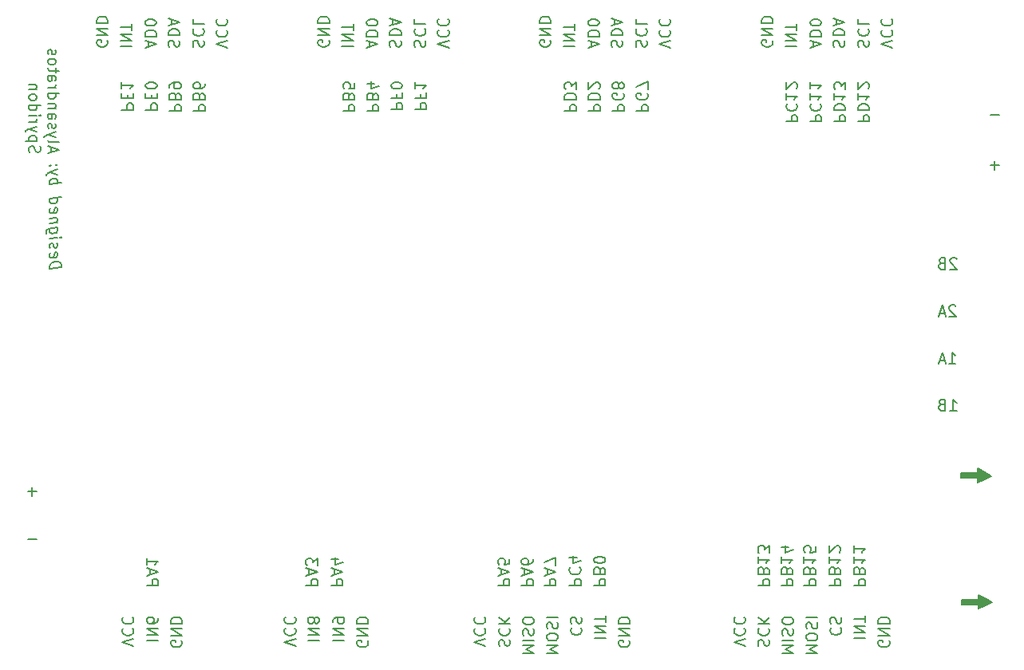
<source format=gbr>
%TF.GenerationSoftware,KiCad,Pcbnew,(5.1.10)-1*%
%TF.CreationDate,2021-08-30T20:13:54+03:00*%
%TF.ProjectId,STM32_Edge_Computing_Device,53544d33-325f-4456-9467-655f436f6d70,1.0*%
%TF.SameCoordinates,Original*%
%TF.FileFunction,Legend,Bot*%
%TF.FilePolarity,Positive*%
%FSLAX46Y46*%
G04 Gerber Fmt 4.6, Leading zero omitted, Abs format (unit mm)*
G04 Created by KiCad (PCBNEW (5.1.10)-1) date 2021-08-30 20:13:54*
%MOMM*%
%LPD*%
G01*
G04 APERTURE LIST*
%ADD10C,0.200000*%
G04 APERTURE END LIST*
D10*
X73900000Y-72641428D02*
X73900000Y-72070000D01*
X73557142Y-72755714D02*
X74757142Y-72355714D01*
X73557142Y-71955714D01*
X73557142Y-71384285D02*
X73614285Y-71498571D01*
X73728571Y-71555714D01*
X74757142Y-71555714D01*
X74357142Y-71041428D02*
X73557142Y-70755714D01*
X74357142Y-70470000D02*
X73557142Y-70755714D01*
X73271428Y-70870000D01*
X73214285Y-70927142D01*
X73157142Y-71041428D01*
X73614285Y-70070000D02*
X73557142Y-69955714D01*
X73557142Y-69727142D01*
X73614285Y-69612857D01*
X73728571Y-69555714D01*
X73785714Y-69555714D01*
X73900000Y-69612857D01*
X73957142Y-69727142D01*
X73957142Y-69898571D01*
X74014285Y-70012857D01*
X74128571Y-70070000D01*
X74185714Y-70070000D01*
X74300000Y-70012857D01*
X74357142Y-69898571D01*
X74357142Y-69727142D01*
X74300000Y-69612857D01*
X73557142Y-68527142D02*
X74185714Y-68527142D01*
X74300000Y-68584285D01*
X74357142Y-68698571D01*
X74357142Y-68927142D01*
X74300000Y-69041428D01*
X73614285Y-68527142D02*
X73557142Y-68641428D01*
X73557142Y-68927142D01*
X73614285Y-69041428D01*
X73728571Y-69098571D01*
X73842857Y-69098571D01*
X73957142Y-69041428D01*
X74014285Y-68927142D01*
X74014285Y-68641428D01*
X74071428Y-68527142D01*
X74357142Y-67955714D02*
X73557142Y-67955714D01*
X74242857Y-67955714D02*
X74300000Y-67898571D01*
X74357142Y-67784285D01*
X74357142Y-67612857D01*
X74300000Y-67498571D01*
X74185714Y-67441428D01*
X73557142Y-67441428D01*
X73557142Y-66355714D02*
X74757142Y-66355714D01*
X73614285Y-66355714D02*
X73557142Y-66470000D01*
X73557142Y-66698571D01*
X73614285Y-66812857D01*
X73671428Y-66870000D01*
X73785714Y-66927142D01*
X74128571Y-66927142D01*
X74242857Y-66870000D01*
X74300000Y-66812857D01*
X74357142Y-66698571D01*
X74357142Y-66470000D01*
X74300000Y-66355714D01*
X73557142Y-65784285D02*
X74357142Y-65784285D01*
X74128571Y-65784285D02*
X74242857Y-65727142D01*
X74300000Y-65670000D01*
X74357142Y-65555714D01*
X74357142Y-65441428D01*
X73557142Y-64527142D02*
X74185714Y-64527142D01*
X74300000Y-64584285D01*
X74357142Y-64698571D01*
X74357142Y-64927142D01*
X74300000Y-65041428D01*
X73614285Y-64527142D02*
X73557142Y-64641428D01*
X73557142Y-64927142D01*
X73614285Y-65041428D01*
X73728571Y-65098571D01*
X73842857Y-65098571D01*
X73957142Y-65041428D01*
X74014285Y-64927142D01*
X74014285Y-64641428D01*
X74071428Y-64527142D01*
X74357142Y-64127142D02*
X74357142Y-63670000D01*
X74757142Y-63955714D02*
X73728571Y-63955714D01*
X73614285Y-63898571D01*
X73557142Y-63784285D01*
X73557142Y-63670000D01*
X73557142Y-63098571D02*
X73614285Y-63212857D01*
X73671428Y-63270000D01*
X73785714Y-63327142D01*
X74128571Y-63327142D01*
X74242857Y-63270000D01*
X74300000Y-63212857D01*
X74357142Y-63098571D01*
X74357142Y-62927142D01*
X74300000Y-62812857D01*
X74242857Y-62755714D01*
X74128571Y-62698571D01*
X73785714Y-62698571D01*
X73671428Y-62755714D01*
X73614285Y-62812857D01*
X73557142Y-62927142D01*
X73557142Y-63098571D01*
X73614285Y-62241428D02*
X73557142Y-62127142D01*
X73557142Y-61898571D01*
X73614285Y-61784285D01*
X73728571Y-61727142D01*
X73785714Y-61727142D01*
X73900000Y-61784285D01*
X73957142Y-61898571D01*
X73957142Y-62070000D01*
X74014285Y-62184285D01*
X74128571Y-62241428D01*
X74185714Y-62241428D01*
X74300000Y-62184285D01*
X74357142Y-62070000D01*
X74357142Y-61898571D01*
X74300000Y-61784285D01*
X71614285Y-72641428D02*
X71557142Y-72470000D01*
X71557142Y-72184285D01*
X71614285Y-72070000D01*
X71671428Y-72012857D01*
X71785714Y-71955714D01*
X71900000Y-71955714D01*
X72014285Y-72012857D01*
X72071428Y-72070000D01*
X72128571Y-72184285D01*
X72185714Y-72412857D01*
X72242857Y-72527142D01*
X72300000Y-72584285D01*
X72414285Y-72641428D01*
X72528571Y-72641428D01*
X72642857Y-72584285D01*
X72700000Y-72527142D01*
X72757142Y-72412857D01*
X72757142Y-72127142D01*
X72700000Y-71955714D01*
X72357142Y-71441428D02*
X71157142Y-71441428D01*
X72300000Y-71441428D02*
X72357142Y-71327142D01*
X72357142Y-71098571D01*
X72300000Y-70984285D01*
X72242857Y-70927142D01*
X72128571Y-70870000D01*
X71785714Y-70870000D01*
X71671428Y-70927142D01*
X71614285Y-70984285D01*
X71557142Y-71098571D01*
X71557142Y-71327142D01*
X71614285Y-71441428D01*
X72357142Y-70470000D02*
X71557142Y-70184285D01*
X72357142Y-69898571D02*
X71557142Y-70184285D01*
X71271428Y-70298571D01*
X71214285Y-70355714D01*
X71157142Y-70470000D01*
X71557142Y-69441428D02*
X72357142Y-69441428D01*
X72128571Y-69441428D02*
X72242857Y-69384285D01*
X72300000Y-69327142D01*
X72357142Y-69212857D01*
X72357142Y-69098571D01*
X71557142Y-68698571D02*
X72357142Y-68698571D01*
X72757142Y-68698571D02*
X72700000Y-68755714D01*
X72642857Y-68698571D01*
X72700000Y-68641428D01*
X72757142Y-68698571D01*
X72642857Y-68698571D01*
X71557142Y-67612857D02*
X72757142Y-67612857D01*
X71614285Y-67612857D02*
X71557142Y-67727142D01*
X71557142Y-67955714D01*
X71614285Y-68070000D01*
X71671428Y-68127142D01*
X71785714Y-68184285D01*
X72128571Y-68184285D01*
X72242857Y-68127142D01*
X72300000Y-68070000D01*
X72357142Y-67955714D01*
X72357142Y-67727142D01*
X72300000Y-67612857D01*
X71557142Y-66870000D02*
X71614285Y-66984285D01*
X71671428Y-67041428D01*
X71785714Y-67098571D01*
X72128571Y-67098571D01*
X72242857Y-67041428D01*
X72300000Y-66984285D01*
X72357142Y-66870000D01*
X72357142Y-66698571D01*
X72300000Y-66584285D01*
X72242857Y-66527142D01*
X72128571Y-66470000D01*
X71785714Y-66470000D01*
X71671428Y-66527142D01*
X71614285Y-66584285D01*
X71557142Y-66698571D01*
X71557142Y-66870000D01*
X72357142Y-65955714D02*
X71557142Y-65955714D01*
X72242857Y-65955714D02*
X72300000Y-65898571D01*
X72357142Y-65784285D01*
X72357142Y-65612857D01*
X72300000Y-65498571D01*
X72185714Y-65441428D01*
X71557142Y-65441428D01*
X73757142Y-85007321D02*
X74957142Y-84857321D01*
X74957142Y-84571607D01*
X74900000Y-84407321D01*
X74785714Y-84307321D01*
X74671428Y-84264464D01*
X74442857Y-84235892D01*
X74271428Y-84257321D01*
X74042857Y-84343035D01*
X73928571Y-84414464D01*
X73814285Y-84543035D01*
X73757142Y-84721607D01*
X73757142Y-85007321D01*
X73814285Y-83343035D02*
X73757142Y-83464464D01*
X73757142Y-83693035D01*
X73814285Y-83800178D01*
X73928571Y-83843035D01*
X74385714Y-83785892D01*
X74500000Y-83714464D01*
X74557142Y-83593035D01*
X74557142Y-83364464D01*
X74500000Y-83257321D01*
X74385714Y-83214464D01*
X74271428Y-83228750D01*
X74157142Y-83814464D01*
X73814285Y-82828750D02*
X73757142Y-82721607D01*
X73757142Y-82493035D01*
X73814285Y-82371607D01*
X73928571Y-82300178D01*
X73985714Y-82293035D01*
X74100000Y-82335892D01*
X74157142Y-82443035D01*
X74157142Y-82614464D01*
X74214285Y-82721607D01*
X74328571Y-82764464D01*
X74385714Y-82757321D01*
X74500000Y-82685892D01*
X74557142Y-82564464D01*
X74557142Y-82393035D01*
X74500000Y-82285892D01*
X73757142Y-81807321D02*
X74557142Y-81707321D01*
X74957142Y-81657321D02*
X74900000Y-81721607D01*
X74842857Y-81671607D01*
X74900000Y-81607321D01*
X74957142Y-81657321D01*
X74842857Y-81671607D01*
X74557142Y-80621607D02*
X73585714Y-80743035D01*
X73471428Y-80814464D01*
X73414285Y-80878750D01*
X73357142Y-81000178D01*
X73357142Y-81171607D01*
X73414285Y-81278750D01*
X73814285Y-80714464D02*
X73757142Y-80835892D01*
X73757142Y-81064464D01*
X73814285Y-81171607D01*
X73871428Y-81221607D01*
X73985714Y-81264464D01*
X74328571Y-81221607D01*
X74442857Y-81150178D01*
X74500000Y-81085892D01*
X74557142Y-80964464D01*
X74557142Y-80735892D01*
X74500000Y-80628750D01*
X74557142Y-80050178D02*
X73757142Y-80150178D01*
X74442857Y-80064464D02*
X74500000Y-80000178D01*
X74557142Y-79878750D01*
X74557142Y-79707321D01*
X74500000Y-79600178D01*
X74385714Y-79557321D01*
X73757142Y-79635892D01*
X73814285Y-78600178D02*
X73757142Y-78721607D01*
X73757142Y-78950178D01*
X73814285Y-79057321D01*
X73928571Y-79100178D01*
X74385714Y-79043035D01*
X74500000Y-78971607D01*
X74557142Y-78850178D01*
X74557142Y-78621607D01*
X74500000Y-78514464D01*
X74385714Y-78471607D01*
X74271428Y-78485892D01*
X74157142Y-79071607D01*
X73757142Y-77521607D02*
X74957142Y-77371607D01*
X73814285Y-77514464D02*
X73757142Y-77635892D01*
X73757142Y-77864464D01*
X73814285Y-77971607D01*
X73871428Y-78021607D01*
X73985714Y-78064464D01*
X74328571Y-78021607D01*
X74442857Y-77950178D01*
X74500000Y-77885892D01*
X74557142Y-77764464D01*
X74557142Y-77535892D01*
X74500000Y-77428750D01*
X73757142Y-76035892D02*
X74957142Y-75885892D01*
X74500000Y-75943035D02*
X74557142Y-75821607D01*
X74557142Y-75593035D01*
X74500000Y-75485892D01*
X74442857Y-75435892D01*
X74328571Y-75393035D01*
X73985714Y-75435892D01*
X73871428Y-75507321D01*
X73814285Y-75571607D01*
X73757142Y-75693035D01*
X73757142Y-75921607D01*
X73814285Y-76028750D01*
X74557142Y-74964464D02*
X73757142Y-74778750D01*
X74557142Y-74393035D02*
X73757142Y-74778750D01*
X73471428Y-74928750D01*
X73414285Y-74993035D01*
X73357142Y-75114464D01*
X73871428Y-74021607D02*
X73814285Y-73971607D01*
X73757142Y-74035892D01*
X73814285Y-74085892D01*
X73871428Y-74021607D01*
X73757142Y-74035892D01*
X74500000Y-73943035D02*
X74442857Y-73893035D01*
X74385714Y-73957321D01*
X74442857Y-74007321D01*
X74500000Y-73943035D01*
X74385714Y-73957321D01*
G36*
X173700000Y-120400000D02*
G01*
X172300000Y-121100000D01*
X172300000Y-120600000D01*
X170500000Y-120600000D01*
X170500000Y-120100000D01*
X172300000Y-120100000D01*
X172300000Y-119600000D01*
X173700000Y-120400000D01*
G37*
X173700000Y-120400000D02*
X172300000Y-121100000D01*
X172300000Y-120600000D01*
X170500000Y-120600000D01*
X170500000Y-120100000D01*
X172300000Y-120100000D01*
X172300000Y-119600000D01*
X173700000Y-120400000D01*
G36*
X173600000Y-107000000D02*
G01*
X172200000Y-107700000D01*
X172200000Y-107200000D01*
X170400000Y-107200000D01*
X170400000Y-106700000D01*
X172200000Y-106700000D01*
X172200000Y-106200000D01*
X173600000Y-107000000D01*
G37*
X173600000Y-107000000D02*
X172200000Y-107700000D01*
X172200000Y-107200000D01*
X170400000Y-107200000D01*
X170400000Y-106700000D01*
X172200000Y-106700000D01*
X172200000Y-106200000D01*
X173600000Y-107000000D01*
X169942857Y-83957142D02*
X169885714Y-83900000D01*
X169771428Y-83842857D01*
X169485714Y-83842857D01*
X169371428Y-83900000D01*
X169314285Y-83957142D01*
X169257142Y-84071428D01*
X169257142Y-84185714D01*
X169314285Y-84357142D01*
X170000000Y-85042857D01*
X169257142Y-85042857D01*
X168342857Y-84414285D02*
X168171428Y-84471428D01*
X168114285Y-84528571D01*
X168057142Y-84642857D01*
X168057142Y-84814285D01*
X168114285Y-84928571D01*
X168171428Y-84985714D01*
X168285714Y-85042857D01*
X168742857Y-85042857D01*
X168742857Y-83842857D01*
X168342857Y-83842857D01*
X168228571Y-83900000D01*
X168171428Y-83957142D01*
X168114285Y-84071428D01*
X168114285Y-84185714D01*
X168171428Y-84300000D01*
X168228571Y-84357142D01*
X168342857Y-84414285D01*
X168742857Y-84414285D01*
X169857142Y-88957142D02*
X169800000Y-88900000D01*
X169685714Y-88842857D01*
X169400000Y-88842857D01*
X169285714Y-88900000D01*
X169228571Y-88957142D01*
X169171428Y-89071428D01*
X169171428Y-89185714D01*
X169228571Y-89357142D01*
X169914285Y-90042857D01*
X169171428Y-90042857D01*
X168714285Y-89700000D02*
X168142857Y-89700000D01*
X168828571Y-90042857D02*
X168428571Y-88842857D01*
X168028571Y-90042857D01*
X169171428Y-95042857D02*
X169857142Y-95042857D01*
X169514285Y-95042857D02*
X169514285Y-93842857D01*
X169628571Y-94014285D01*
X169742857Y-94128571D01*
X169857142Y-94185714D01*
X168714285Y-94700000D02*
X168142857Y-94700000D01*
X168828571Y-95042857D02*
X168428571Y-93842857D01*
X168028571Y-95042857D01*
X169257142Y-100042857D02*
X169942857Y-100042857D01*
X169600000Y-100042857D02*
X169600000Y-98842857D01*
X169714285Y-99014285D01*
X169828571Y-99128571D01*
X169942857Y-99185714D01*
X168342857Y-99414285D02*
X168171428Y-99471428D01*
X168114285Y-99528571D01*
X168057142Y-99642857D01*
X168057142Y-99814285D01*
X168114285Y-99928571D01*
X168171428Y-99985714D01*
X168285714Y-100042857D01*
X168742857Y-100042857D01*
X168742857Y-98842857D01*
X168342857Y-98842857D01*
X168228571Y-98900000D01*
X168171428Y-98957142D01*
X168114285Y-99071428D01*
X168114285Y-99185714D01*
X168171428Y-99300000D01*
X168228571Y-99357142D01*
X168342857Y-99414285D01*
X168742857Y-99414285D01*
X71424857Y-113706285D02*
X72339142Y-113706285D01*
X71424857Y-108626285D02*
X72339142Y-108626285D01*
X71882000Y-108169142D02*
X71882000Y-109083428D01*
X174447142Y-68665714D02*
X173532857Y-68665714D01*
X174447142Y-73999714D02*
X173532857Y-73999714D01*
X173990000Y-74456857D02*
X173990000Y-73542571D01*
X86452142Y-68224285D02*
X87652142Y-68224285D01*
X87652142Y-67767142D01*
X87595000Y-67652856D01*
X87537857Y-67595713D01*
X87423571Y-67538571D01*
X87252142Y-67538571D01*
X87137857Y-67595713D01*
X87080714Y-67652856D01*
X87023571Y-67767142D01*
X87023571Y-68224285D01*
X87080714Y-66624285D02*
X87023571Y-66452856D01*
X86966428Y-66395713D01*
X86852142Y-66338571D01*
X86680714Y-66338571D01*
X86566428Y-66395713D01*
X86509285Y-66452856D01*
X86452142Y-66567142D01*
X86452142Y-67024285D01*
X87652142Y-67024285D01*
X87652142Y-66624285D01*
X87595000Y-66509999D01*
X87537857Y-66452856D01*
X87423571Y-66395713D01*
X87309285Y-66395713D01*
X87195000Y-66452856D01*
X87137857Y-66509999D01*
X87080714Y-66624285D01*
X87080714Y-67024285D01*
X86452142Y-65767142D02*
X86452142Y-65538571D01*
X86509285Y-65424285D01*
X86566428Y-65367142D01*
X86737857Y-65252856D01*
X86966428Y-65195713D01*
X87423571Y-65195713D01*
X87537857Y-65252856D01*
X87595000Y-65309999D01*
X87652142Y-65424285D01*
X87652142Y-65652856D01*
X87595000Y-65767142D01*
X87537857Y-65824285D01*
X87423571Y-65881428D01*
X87137857Y-65881428D01*
X87023571Y-65824285D01*
X86966428Y-65767142D01*
X86909285Y-65652856D01*
X86909285Y-65424285D01*
X86966428Y-65309999D01*
X87023571Y-65252856D01*
X87137857Y-65195713D01*
X81372142Y-68109999D02*
X82572142Y-68109999D01*
X82572142Y-67652856D01*
X82515000Y-67538570D01*
X82457857Y-67481428D01*
X82343571Y-67424285D01*
X82172142Y-67424285D01*
X82057857Y-67481428D01*
X82000714Y-67538570D01*
X81943571Y-67652856D01*
X81943571Y-68109999D01*
X82000714Y-66909999D02*
X82000714Y-66509999D01*
X81372142Y-66338570D02*
X81372142Y-66909999D01*
X82572142Y-66909999D01*
X82572142Y-66338570D01*
X81372142Y-65195713D02*
X81372142Y-65881428D01*
X81372142Y-65538570D02*
X82572142Y-65538570D01*
X82400714Y-65652856D01*
X82286428Y-65767142D01*
X82229285Y-65881428D01*
X83912142Y-68109999D02*
X85112142Y-68109999D01*
X85112142Y-67652856D01*
X85055000Y-67538570D01*
X84997857Y-67481428D01*
X84883571Y-67424285D01*
X84712142Y-67424285D01*
X84597857Y-67481428D01*
X84540714Y-67538570D01*
X84483571Y-67652856D01*
X84483571Y-68109999D01*
X84540714Y-66909999D02*
X84540714Y-66509999D01*
X83912142Y-66338570D02*
X83912142Y-66909999D01*
X85112142Y-66909999D01*
X85112142Y-66338570D01*
X85112142Y-65595713D02*
X85112142Y-65481428D01*
X85055000Y-65367142D01*
X84997857Y-65309999D01*
X84883571Y-65252856D01*
X84655000Y-65195713D01*
X84369285Y-65195713D01*
X84140714Y-65252856D01*
X84026428Y-65309999D01*
X83969285Y-65367142D01*
X83912142Y-65481428D01*
X83912142Y-65595713D01*
X83969285Y-65709999D01*
X84026428Y-65767142D01*
X84140714Y-65824285D01*
X84369285Y-65881428D01*
X84655000Y-65881428D01*
X84883571Y-65824285D01*
X84997857Y-65767142D01*
X85055000Y-65709999D01*
X85112142Y-65595713D01*
X88992142Y-68224285D02*
X90192142Y-68224285D01*
X90192142Y-67767142D01*
X90135000Y-67652856D01*
X90077857Y-67595713D01*
X89963571Y-67538571D01*
X89792142Y-67538571D01*
X89677857Y-67595713D01*
X89620714Y-67652856D01*
X89563571Y-67767142D01*
X89563571Y-68224285D01*
X89620714Y-66624285D02*
X89563571Y-66452856D01*
X89506428Y-66395713D01*
X89392142Y-66338571D01*
X89220714Y-66338571D01*
X89106428Y-66395713D01*
X89049285Y-66452856D01*
X88992142Y-66567142D01*
X88992142Y-67024285D01*
X90192142Y-67024285D01*
X90192142Y-66624285D01*
X90135000Y-66509999D01*
X90077857Y-66452856D01*
X89963571Y-66395713D01*
X89849285Y-66395713D01*
X89735000Y-66452856D01*
X89677857Y-66509999D01*
X89620714Y-66624285D01*
X89620714Y-67024285D01*
X90192142Y-65309999D02*
X90192142Y-65538571D01*
X90135000Y-65652856D01*
X90077857Y-65709999D01*
X89906428Y-65824285D01*
X89677857Y-65881428D01*
X89220714Y-65881428D01*
X89106428Y-65824285D01*
X89049285Y-65767142D01*
X88992142Y-65652856D01*
X88992142Y-65424285D01*
X89049285Y-65309999D01*
X89106428Y-65252856D01*
X89220714Y-65195713D01*
X89506428Y-65195713D01*
X89620714Y-65252856D01*
X89677857Y-65309999D01*
X89735000Y-65424285D01*
X89735000Y-65652856D01*
X89677857Y-65767142D01*
X89620714Y-65824285D01*
X89506428Y-65881428D01*
X109947142Y-68052857D02*
X111147142Y-68052857D01*
X111147142Y-67595714D01*
X111090000Y-67481428D01*
X111032857Y-67424285D01*
X110918571Y-67367142D01*
X110747142Y-67367142D01*
X110632857Y-67424285D01*
X110575714Y-67481428D01*
X110518571Y-67595714D01*
X110518571Y-68052857D01*
X110575714Y-66452857D02*
X110575714Y-66852857D01*
X109947142Y-66852857D02*
X111147142Y-66852857D01*
X111147142Y-66281428D01*
X111147142Y-65595714D02*
X111147142Y-65481428D01*
X111090000Y-65367142D01*
X111032857Y-65309999D01*
X110918571Y-65252857D01*
X110690000Y-65195714D01*
X110404285Y-65195714D01*
X110175714Y-65252857D01*
X110061428Y-65309999D01*
X110004285Y-65367142D01*
X109947142Y-65481428D01*
X109947142Y-65595714D01*
X110004285Y-65709999D01*
X110061428Y-65767142D01*
X110175714Y-65824285D01*
X110404285Y-65881428D01*
X110690000Y-65881428D01*
X110918571Y-65824285D01*
X111032857Y-65767142D01*
X111090000Y-65709999D01*
X111147142Y-65595714D01*
X104867142Y-68224285D02*
X106067142Y-68224285D01*
X106067142Y-67767142D01*
X106010000Y-67652856D01*
X105952857Y-67595713D01*
X105838571Y-67538571D01*
X105667142Y-67538571D01*
X105552857Y-67595713D01*
X105495714Y-67652856D01*
X105438571Y-67767142D01*
X105438571Y-68224285D01*
X105495714Y-66624285D02*
X105438571Y-66452856D01*
X105381428Y-66395713D01*
X105267142Y-66338571D01*
X105095714Y-66338571D01*
X104981428Y-66395713D01*
X104924285Y-66452856D01*
X104867142Y-66567142D01*
X104867142Y-67024285D01*
X106067142Y-67024285D01*
X106067142Y-66624285D01*
X106010000Y-66509999D01*
X105952857Y-66452856D01*
X105838571Y-66395713D01*
X105724285Y-66395713D01*
X105610000Y-66452856D01*
X105552857Y-66509999D01*
X105495714Y-66624285D01*
X105495714Y-67024285D01*
X106067142Y-65252856D02*
X106067142Y-65824285D01*
X105495714Y-65881428D01*
X105552857Y-65824285D01*
X105610000Y-65709999D01*
X105610000Y-65424285D01*
X105552857Y-65309999D01*
X105495714Y-65252856D01*
X105381428Y-65195713D01*
X105095714Y-65195713D01*
X104981428Y-65252856D01*
X104924285Y-65309999D01*
X104867142Y-65424285D01*
X104867142Y-65709999D01*
X104924285Y-65824285D01*
X104981428Y-65881428D01*
X107407142Y-68224285D02*
X108607142Y-68224285D01*
X108607142Y-67767142D01*
X108550000Y-67652856D01*
X108492857Y-67595713D01*
X108378571Y-67538571D01*
X108207142Y-67538571D01*
X108092857Y-67595713D01*
X108035714Y-67652856D01*
X107978571Y-67767142D01*
X107978571Y-68224285D01*
X108035714Y-66624285D02*
X107978571Y-66452856D01*
X107921428Y-66395713D01*
X107807142Y-66338571D01*
X107635714Y-66338571D01*
X107521428Y-66395713D01*
X107464285Y-66452856D01*
X107407142Y-66567142D01*
X107407142Y-67024285D01*
X108607142Y-67024285D01*
X108607142Y-66624285D01*
X108550000Y-66509999D01*
X108492857Y-66452856D01*
X108378571Y-66395713D01*
X108264285Y-66395713D01*
X108150000Y-66452856D01*
X108092857Y-66509999D01*
X108035714Y-66624285D01*
X108035714Y-67024285D01*
X108207142Y-65309999D02*
X107407142Y-65309999D01*
X108664285Y-65595713D02*
X107807142Y-65881428D01*
X107807142Y-65138571D01*
X112487142Y-68052857D02*
X113687142Y-68052857D01*
X113687142Y-67595714D01*
X113630000Y-67481428D01*
X113572857Y-67424285D01*
X113458571Y-67367142D01*
X113287142Y-67367142D01*
X113172857Y-67424285D01*
X113115714Y-67481428D01*
X113058571Y-67595714D01*
X113058571Y-68052857D01*
X113115714Y-66452857D02*
X113115714Y-66852857D01*
X112487142Y-66852857D02*
X113687142Y-66852857D01*
X113687142Y-66281428D01*
X112487142Y-65195714D02*
X112487142Y-65881428D01*
X112487142Y-65538571D02*
X113687142Y-65538571D01*
X113515714Y-65652857D01*
X113401428Y-65767142D01*
X113344285Y-65881428D01*
X133442142Y-68224285D02*
X134642142Y-68224285D01*
X134642142Y-67767142D01*
X134585000Y-67652856D01*
X134527857Y-67595713D01*
X134413571Y-67538571D01*
X134242142Y-67538571D01*
X134127857Y-67595713D01*
X134070714Y-67652856D01*
X134013571Y-67767142D01*
X134013571Y-68224285D01*
X134585000Y-66395713D02*
X134642142Y-66509999D01*
X134642142Y-66681428D01*
X134585000Y-66852856D01*
X134470714Y-66967142D01*
X134356428Y-67024285D01*
X134127857Y-67081428D01*
X133956428Y-67081428D01*
X133727857Y-67024285D01*
X133613571Y-66967142D01*
X133499285Y-66852856D01*
X133442142Y-66681428D01*
X133442142Y-66567142D01*
X133499285Y-66395713D01*
X133556428Y-66338571D01*
X133956428Y-66338571D01*
X133956428Y-66567142D01*
X134127857Y-65652856D02*
X134185000Y-65767142D01*
X134242142Y-65824285D01*
X134356428Y-65881428D01*
X134413571Y-65881428D01*
X134527857Y-65824285D01*
X134585000Y-65767142D01*
X134642142Y-65652856D01*
X134642142Y-65424285D01*
X134585000Y-65309999D01*
X134527857Y-65252856D01*
X134413571Y-65195713D01*
X134356428Y-65195713D01*
X134242142Y-65252856D01*
X134185000Y-65309999D01*
X134127857Y-65424285D01*
X134127857Y-65652856D01*
X134070714Y-65767142D01*
X134013571Y-65824285D01*
X133899285Y-65881428D01*
X133670714Y-65881428D01*
X133556428Y-65824285D01*
X133499285Y-65767142D01*
X133442142Y-65652856D01*
X133442142Y-65424285D01*
X133499285Y-65309999D01*
X133556428Y-65252856D01*
X133670714Y-65195713D01*
X133899285Y-65195713D01*
X134013571Y-65252856D01*
X134070714Y-65309999D01*
X134127857Y-65424285D01*
X128362142Y-68224285D02*
X129562142Y-68224285D01*
X129562142Y-67767142D01*
X129505000Y-67652856D01*
X129447857Y-67595713D01*
X129333571Y-67538571D01*
X129162142Y-67538571D01*
X129047857Y-67595713D01*
X128990714Y-67652856D01*
X128933571Y-67767142D01*
X128933571Y-68224285D01*
X128362142Y-67024285D02*
X129562142Y-67024285D01*
X129562142Y-66738571D01*
X129505000Y-66567142D01*
X129390714Y-66452856D01*
X129276428Y-66395713D01*
X129047857Y-66338571D01*
X128876428Y-66338571D01*
X128647857Y-66395713D01*
X128533571Y-66452856D01*
X128419285Y-66567142D01*
X128362142Y-66738571D01*
X128362142Y-67024285D01*
X129562142Y-65938571D02*
X129562142Y-65195713D01*
X129105000Y-65595713D01*
X129105000Y-65424285D01*
X129047857Y-65309999D01*
X128990714Y-65252856D01*
X128876428Y-65195713D01*
X128590714Y-65195713D01*
X128476428Y-65252856D01*
X128419285Y-65309999D01*
X128362142Y-65424285D01*
X128362142Y-65767142D01*
X128419285Y-65881428D01*
X128476428Y-65938571D01*
X130902142Y-68224285D02*
X132102142Y-68224285D01*
X132102142Y-67767142D01*
X132045000Y-67652856D01*
X131987857Y-67595713D01*
X131873571Y-67538571D01*
X131702142Y-67538571D01*
X131587857Y-67595713D01*
X131530714Y-67652856D01*
X131473571Y-67767142D01*
X131473571Y-68224285D01*
X130902142Y-67024285D02*
X132102142Y-67024285D01*
X132102142Y-66738571D01*
X132045000Y-66567142D01*
X131930714Y-66452856D01*
X131816428Y-66395713D01*
X131587857Y-66338571D01*
X131416428Y-66338571D01*
X131187857Y-66395713D01*
X131073571Y-66452856D01*
X130959285Y-66567142D01*
X130902142Y-66738571D01*
X130902142Y-67024285D01*
X131987857Y-65881428D02*
X132045000Y-65824285D01*
X132102142Y-65709999D01*
X132102142Y-65424285D01*
X132045000Y-65309999D01*
X131987857Y-65252856D01*
X131873571Y-65195713D01*
X131759285Y-65195713D01*
X131587857Y-65252856D01*
X130902142Y-65938571D01*
X130902142Y-65195713D01*
X135982142Y-68224285D02*
X137182142Y-68224285D01*
X137182142Y-67767142D01*
X137125000Y-67652856D01*
X137067857Y-67595713D01*
X136953571Y-67538571D01*
X136782142Y-67538571D01*
X136667857Y-67595713D01*
X136610714Y-67652856D01*
X136553571Y-67767142D01*
X136553571Y-68224285D01*
X137125000Y-66395713D02*
X137182142Y-66509999D01*
X137182142Y-66681428D01*
X137125000Y-66852856D01*
X137010714Y-66967142D01*
X136896428Y-67024285D01*
X136667857Y-67081428D01*
X136496428Y-67081428D01*
X136267857Y-67024285D01*
X136153571Y-66967142D01*
X136039285Y-66852856D01*
X135982142Y-66681428D01*
X135982142Y-66567142D01*
X136039285Y-66395713D01*
X136096428Y-66338571D01*
X136496428Y-66338571D01*
X136496428Y-66567142D01*
X137182142Y-65938571D02*
X137182142Y-65138571D01*
X135982142Y-65652856D01*
X151857142Y-69367142D02*
X153057142Y-69367142D01*
X153057142Y-68910000D01*
X153000000Y-68795714D01*
X152942857Y-68738571D01*
X152828571Y-68681428D01*
X152657142Y-68681428D01*
X152542857Y-68738571D01*
X152485714Y-68795714D01*
X152428571Y-68910000D01*
X152428571Y-69367142D01*
X151971428Y-67481428D02*
X151914285Y-67538571D01*
X151857142Y-67710000D01*
X151857142Y-67824285D01*
X151914285Y-67995714D01*
X152028571Y-68110000D01*
X152142857Y-68167142D01*
X152371428Y-68224285D01*
X152542857Y-68224285D01*
X152771428Y-68167142D01*
X152885714Y-68110000D01*
X153000000Y-67995714D01*
X153057142Y-67824285D01*
X153057142Y-67710000D01*
X153000000Y-67538571D01*
X152942857Y-67481428D01*
X151857142Y-66338571D02*
X151857142Y-67024285D01*
X151857142Y-66681428D02*
X153057142Y-66681428D01*
X152885714Y-66795714D01*
X152771428Y-66910000D01*
X152714285Y-67024285D01*
X152942857Y-65881428D02*
X153000000Y-65824285D01*
X153057142Y-65710000D01*
X153057142Y-65424285D01*
X153000000Y-65310000D01*
X152942857Y-65252857D01*
X152828571Y-65195714D01*
X152714285Y-65195714D01*
X152542857Y-65252857D01*
X151857142Y-65938571D01*
X151857142Y-65195714D01*
X154397142Y-69367142D02*
X155597142Y-69367142D01*
X155597142Y-68910000D01*
X155540000Y-68795714D01*
X155482857Y-68738571D01*
X155368571Y-68681428D01*
X155197142Y-68681428D01*
X155082857Y-68738571D01*
X155025714Y-68795714D01*
X154968571Y-68910000D01*
X154968571Y-69367142D01*
X154511428Y-67481428D02*
X154454285Y-67538571D01*
X154397142Y-67710000D01*
X154397142Y-67824285D01*
X154454285Y-67995714D01*
X154568571Y-68110000D01*
X154682857Y-68167142D01*
X154911428Y-68224285D01*
X155082857Y-68224285D01*
X155311428Y-68167142D01*
X155425714Y-68110000D01*
X155540000Y-67995714D01*
X155597142Y-67824285D01*
X155597142Y-67710000D01*
X155540000Y-67538571D01*
X155482857Y-67481428D01*
X154397142Y-66338571D02*
X154397142Y-67024285D01*
X154397142Y-66681428D02*
X155597142Y-66681428D01*
X155425714Y-66795714D01*
X155311428Y-66910000D01*
X155254285Y-67024285D01*
X154397142Y-65195714D02*
X154397142Y-65881428D01*
X154397142Y-65538571D02*
X155597142Y-65538571D01*
X155425714Y-65652857D01*
X155311428Y-65767142D01*
X155254285Y-65881428D01*
X159477142Y-69367142D02*
X160677142Y-69367142D01*
X160677142Y-68910000D01*
X160620000Y-68795714D01*
X160562857Y-68738571D01*
X160448571Y-68681428D01*
X160277142Y-68681428D01*
X160162857Y-68738571D01*
X160105714Y-68795714D01*
X160048571Y-68910000D01*
X160048571Y-69367142D01*
X159477142Y-68167142D02*
X160677142Y-68167142D01*
X160677142Y-67881428D01*
X160620000Y-67710000D01*
X160505714Y-67595714D01*
X160391428Y-67538571D01*
X160162857Y-67481428D01*
X159991428Y-67481428D01*
X159762857Y-67538571D01*
X159648571Y-67595714D01*
X159534285Y-67710000D01*
X159477142Y-67881428D01*
X159477142Y-68167142D01*
X159477142Y-66338571D02*
X159477142Y-67024285D01*
X159477142Y-66681428D02*
X160677142Y-66681428D01*
X160505714Y-66795714D01*
X160391428Y-66910000D01*
X160334285Y-67024285D01*
X160562857Y-65881428D02*
X160620000Y-65824285D01*
X160677142Y-65710000D01*
X160677142Y-65424285D01*
X160620000Y-65310000D01*
X160562857Y-65252857D01*
X160448571Y-65195714D01*
X160334285Y-65195714D01*
X160162857Y-65252857D01*
X159477142Y-65938571D01*
X159477142Y-65195714D01*
X156937142Y-69367142D02*
X158137142Y-69367142D01*
X158137142Y-68910000D01*
X158080000Y-68795714D01*
X158022857Y-68738571D01*
X157908571Y-68681428D01*
X157737142Y-68681428D01*
X157622857Y-68738571D01*
X157565714Y-68795714D01*
X157508571Y-68910000D01*
X157508571Y-69367142D01*
X156937142Y-68167142D02*
X158137142Y-68167142D01*
X158137142Y-67881428D01*
X158080000Y-67710000D01*
X157965714Y-67595714D01*
X157851428Y-67538571D01*
X157622857Y-67481428D01*
X157451428Y-67481428D01*
X157222857Y-67538571D01*
X157108571Y-67595714D01*
X156994285Y-67710000D01*
X156937142Y-67881428D01*
X156937142Y-68167142D01*
X156937142Y-66338571D02*
X156937142Y-67024285D01*
X156937142Y-66681428D02*
X158137142Y-66681428D01*
X157965714Y-66795714D01*
X157851428Y-66910000D01*
X157794285Y-67024285D01*
X158137142Y-65938571D02*
X158137142Y-65195714D01*
X157680000Y-65595714D01*
X157680000Y-65424285D01*
X157622857Y-65310000D01*
X157565714Y-65252857D01*
X157451428Y-65195714D01*
X157165714Y-65195714D01*
X157051428Y-65252857D01*
X156994285Y-65310000D01*
X156937142Y-65424285D01*
X156937142Y-65767142D01*
X156994285Y-65881428D01*
X157051428Y-65938571D01*
X151793642Y-61366213D02*
X152993642Y-61366213D01*
X151793642Y-60794784D02*
X152993642Y-60794784D01*
X151793642Y-60109070D01*
X152993642Y-60109070D01*
X152993642Y-59709070D02*
X152993642Y-59023356D01*
X151793642Y-59366213D02*
X152993642Y-59366213D01*
X150396500Y-60737641D02*
X150453642Y-60851927D01*
X150453642Y-61023356D01*
X150396500Y-61194784D01*
X150282214Y-61309070D01*
X150167928Y-61366213D01*
X149939357Y-61423356D01*
X149767928Y-61423356D01*
X149539357Y-61366213D01*
X149425071Y-61309070D01*
X149310785Y-61194784D01*
X149253642Y-61023356D01*
X149253642Y-60909070D01*
X149310785Y-60737641D01*
X149367928Y-60680498D01*
X149767928Y-60680498D01*
X149767928Y-60909070D01*
X149253642Y-60166213D02*
X150453642Y-60166213D01*
X149253642Y-59480498D01*
X150453642Y-59480498D01*
X149253642Y-58909070D02*
X150453642Y-58909070D01*
X150453642Y-58623356D01*
X150396500Y-58451927D01*
X150282214Y-58337641D01*
X150167928Y-58280498D01*
X149939357Y-58223356D01*
X149767928Y-58223356D01*
X149539357Y-58280498D01*
X149425071Y-58337641D01*
X149310785Y-58451927D01*
X149253642Y-58623356D01*
X149253642Y-58909070D01*
X156930785Y-61423355D02*
X156873642Y-61251927D01*
X156873642Y-60966213D01*
X156930785Y-60851927D01*
X156987928Y-60794784D01*
X157102214Y-60737641D01*
X157216500Y-60737641D01*
X157330785Y-60794784D01*
X157387928Y-60851927D01*
X157445071Y-60966213D01*
X157502214Y-61194784D01*
X157559357Y-61309070D01*
X157616500Y-61366213D01*
X157730785Y-61423355D01*
X157845071Y-61423355D01*
X157959357Y-61366213D01*
X158016500Y-61309070D01*
X158073642Y-61194784D01*
X158073642Y-60909070D01*
X158016500Y-60737641D01*
X156873642Y-60223355D02*
X158073642Y-60223355D01*
X158073642Y-59937641D01*
X158016500Y-59766213D01*
X157902214Y-59651927D01*
X157787928Y-59594784D01*
X157559357Y-59537641D01*
X157387928Y-59537641D01*
X157159357Y-59594784D01*
X157045071Y-59651927D01*
X156930785Y-59766213D01*
X156873642Y-59937641D01*
X156873642Y-60223355D01*
X157216500Y-59080498D02*
X157216500Y-58509070D01*
X156873642Y-59194784D02*
X158073642Y-58794784D01*
X156873642Y-58394784D01*
X159534285Y-61423356D02*
X159477142Y-61251927D01*
X159477142Y-60966213D01*
X159534285Y-60851927D01*
X159591428Y-60794785D01*
X159705714Y-60737642D01*
X159820000Y-60737642D01*
X159934285Y-60794785D01*
X159991428Y-60851927D01*
X160048571Y-60966213D01*
X160105714Y-61194785D01*
X160162857Y-61309070D01*
X160220000Y-61366213D01*
X160334285Y-61423356D01*
X160448571Y-61423356D01*
X160562857Y-61366213D01*
X160620000Y-61309070D01*
X160677142Y-61194785D01*
X160677142Y-60909070D01*
X160620000Y-60737642D01*
X159591428Y-59537642D02*
X159534285Y-59594785D01*
X159477142Y-59766213D01*
X159477142Y-59880499D01*
X159534285Y-60051927D01*
X159648571Y-60166213D01*
X159762857Y-60223356D01*
X159991428Y-60280499D01*
X160162857Y-60280499D01*
X160391428Y-60223356D01*
X160505714Y-60166213D01*
X160620000Y-60051927D01*
X160677142Y-59880499D01*
X160677142Y-59766213D01*
X160620000Y-59594785D01*
X160562857Y-59537642D01*
X159477142Y-58451927D02*
X159477142Y-59023356D01*
X160677142Y-59023356D01*
X163153642Y-61537642D02*
X161953642Y-61137642D01*
X163153642Y-60737642D01*
X162067928Y-59651927D02*
X162010785Y-59709070D01*
X161953642Y-59880499D01*
X161953642Y-59994784D01*
X162010785Y-60166213D01*
X162125071Y-60280499D01*
X162239357Y-60337642D01*
X162467928Y-60394784D01*
X162639357Y-60394784D01*
X162867928Y-60337642D01*
X162982214Y-60280499D01*
X163096500Y-60166213D01*
X163153642Y-59994784D01*
X163153642Y-59880499D01*
X163096500Y-59709070D01*
X163039357Y-59651927D01*
X162067928Y-58451927D02*
X162010785Y-58509070D01*
X161953642Y-58680499D01*
X161953642Y-58794784D01*
X162010785Y-58966213D01*
X162125071Y-59080499D01*
X162239357Y-59137642D01*
X162467928Y-59194784D01*
X162639357Y-59194784D01*
X162867928Y-59137642D01*
X162982214Y-59080499D01*
X163096500Y-58966213D01*
X163153642Y-58794784D01*
X163153642Y-58680499D01*
X163096500Y-58509070D01*
X163039357Y-58451927D01*
X154740000Y-61423355D02*
X154740000Y-60851927D01*
X154397142Y-61537641D02*
X155597142Y-61137641D01*
X154397142Y-60737641D01*
X154397142Y-60337641D02*
X155597142Y-60337641D01*
X155597142Y-60051927D01*
X155540000Y-59880498D01*
X155425714Y-59766213D01*
X155311428Y-59709070D01*
X155082857Y-59651927D01*
X154911428Y-59651927D01*
X154682857Y-59709070D01*
X154568571Y-59766213D01*
X154454285Y-59880498D01*
X154397142Y-60051927D01*
X154397142Y-60337641D01*
X155597142Y-58909070D02*
X155597142Y-58794784D01*
X155540000Y-58680498D01*
X155482857Y-58623355D01*
X155368571Y-58566213D01*
X155140000Y-58509070D01*
X154854285Y-58509070D01*
X154625714Y-58566213D01*
X154511428Y-58623355D01*
X154454285Y-58680498D01*
X154397142Y-58794784D01*
X154397142Y-58909070D01*
X154454285Y-59023355D01*
X154511428Y-59080498D01*
X154625714Y-59137641D01*
X154854285Y-59194784D01*
X155140000Y-59194784D01*
X155368571Y-59137641D01*
X155482857Y-59080498D01*
X155540000Y-59023355D01*
X155597142Y-58909070D01*
X128235142Y-61366213D02*
X129435142Y-61366213D01*
X128235142Y-60794784D02*
X129435142Y-60794784D01*
X128235142Y-60109070D01*
X129435142Y-60109070D01*
X129435142Y-59709070D02*
X129435142Y-59023356D01*
X128235142Y-59366213D02*
X129435142Y-59366213D01*
X126838000Y-60737641D02*
X126895142Y-60851927D01*
X126895142Y-61023356D01*
X126838000Y-61194784D01*
X126723714Y-61309070D01*
X126609428Y-61366213D01*
X126380857Y-61423356D01*
X126209428Y-61423356D01*
X125980857Y-61366213D01*
X125866571Y-61309070D01*
X125752285Y-61194784D01*
X125695142Y-61023356D01*
X125695142Y-60909070D01*
X125752285Y-60737641D01*
X125809428Y-60680498D01*
X126209428Y-60680498D01*
X126209428Y-60909070D01*
X125695142Y-60166213D02*
X126895142Y-60166213D01*
X125695142Y-59480498D01*
X126895142Y-59480498D01*
X125695142Y-58909070D02*
X126895142Y-58909070D01*
X126895142Y-58623356D01*
X126838000Y-58451927D01*
X126723714Y-58337641D01*
X126609428Y-58280498D01*
X126380857Y-58223356D01*
X126209428Y-58223356D01*
X125980857Y-58280498D01*
X125866571Y-58337641D01*
X125752285Y-58451927D01*
X125695142Y-58623356D01*
X125695142Y-58909070D01*
X133372285Y-61423355D02*
X133315142Y-61251927D01*
X133315142Y-60966213D01*
X133372285Y-60851927D01*
X133429428Y-60794784D01*
X133543714Y-60737641D01*
X133658000Y-60737641D01*
X133772285Y-60794784D01*
X133829428Y-60851927D01*
X133886571Y-60966213D01*
X133943714Y-61194784D01*
X134000857Y-61309070D01*
X134058000Y-61366213D01*
X134172285Y-61423355D01*
X134286571Y-61423355D01*
X134400857Y-61366213D01*
X134458000Y-61309070D01*
X134515142Y-61194784D01*
X134515142Y-60909070D01*
X134458000Y-60737641D01*
X133315142Y-60223355D02*
X134515142Y-60223355D01*
X134515142Y-59937641D01*
X134458000Y-59766213D01*
X134343714Y-59651927D01*
X134229428Y-59594784D01*
X134000857Y-59537641D01*
X133829428Y-59537641D01*
X133600857Y-59594784D01*
X133486571Y-59651927D01*
X133372285Y-59766213D01*
X133315142Y-59937641D01*
X133315142Y-60223355D01*
X133658000Y-59080498D02*
X133658000Y-58509070D01*
X133315142Y-59194784D02*
X134515142Y-58794784D01*
X133315142Y-58394784D01*
X135975785Y-61423356D02*
X135918642Y-61251927D01*
X135918642Y-60966213D01*
X135975785Y-60851927D01*
X136032928Y-60794785D01*
X136147214Y-60737642D01*
X136261500Y-60737642D01*
X136375785Y-60794785D01*
X136432928Y-60851927D01*
X136490071Y-60966213D01*
X136547214Y-61194785D01*
X136604357Y-61309070D01*
X136661500Y-61366213D01*
X136775785Y-61423356D01*
X136890071Y-61423356D01*
X137004357Y-61366213D01*
X137061500Y-61309070D01*
X137118642Y-61194785D01*
X137118642Y-60909070D01*
X137061500Y-60737642D01*
X136032928Y-59537642D02*
X135975785Y-59594785D01*
X135918642Y-59766213D01*
X135918642Y-59880499D01*
X135975785Y-60051927D01*
X136090071Y-60166213D01*
X136204357Y-60223356D01*
X136432928Y-60280499D01*
X136604357Y-60280499D01*
X136832928Y-60223356D01*
X136947214Y-60166213D01*
X137061500Y-60051927D01*
X137118642Y-59880499D01*
X137118642Y-59766213D01*
X137061500Y-59594785D01*
X137004357Y-59537642D01*
X135918642Y-58451927D02*
X135918642Y-59023356D01*
X137118642Y-59023356D01*
X139595142Y-61537642D02*
X138395142Y-61137642D01*
X139595142Y-60737642D01*
X138509428Y-59651927D02*
X138452285Y-59709070D01*
X138395142Y-59880499D01*
X138395142Y-59994784D01*
X138452285Y-60166213D01*
X138566571Y-60280499D01*
X138680857Y-60337642D01*
X138909428Y-60394784D01*
X139080857Y-60394784D01*
X139309428Y-60337642D01*
X139423714Y-60280499D01*
X139538000Y-60166213D01*
X139595142Y-59994784D01*
X139595142Y-59880499D01*
X139538000Y-59709070D01*
X139480857Y-59651927D01*
X138509428Y-58451927D02*
X138452285Y-58509070D01*
X138395142Y-58680499D01*
X138395142Y-58794784D01*
X138452285Y-58966213D01*
X138566571Y-59080499D01*
X138680857Y-59137642D01*
X138909428Y-59194784D01*
X139080857Y-59194784D01*
X139309428Y-59137642D01*
X139423714Y-59080499D01*
X139538000Y-58966213D01*
X139595142Y-58794784D01*
X139595142Y-58680499D01*
X139538000Y-58509070D01*
X139480857Y-58451927D01*
X131181500Y-61423355D02*
X131181500Y-60851927D01*
X130838642Y-61537641D02*
X132038642Y-61137641D01*
X130838642Y-60737641D01*
X130838642Y-60337641D02*
X132038642Y-60337641D01*
X132038642Y-60051927D01*
X131981500Y-59880498D01*
X131867214Y-59766213D01*
X131752928Y-59709070D01*
X131524357Y-59651927D01*
X131352928Y-59651927D01*
X131124357Y-59709070D01*
X131010071Y-59766213D01*
X130895785Y-59880498D01*
X130838642Y-60051927D01*
X130838642Y-60337641D01*
X132038642Y-58909070D02*
X132038642Y-58794784D01*
X131981500Y-58680498D01*
X131924357Y-58623355D01*
X131810071Y-58566213D01*
X131581500Y-58509070D01*
X131295785Y-58509070D01*
X131067214Y-58566213D01*
X130952928Y-58623355D01*
X130895785Y-58680498D01*
X130838642Y-58794784D01*
X130838642Y-58909070D01*
X130895785Y-59023355D01*
X130952928Y-59080498D01*
X131067214Y-59137641D01*
X131295785Y-59194784D01*
X131581500Y-59194784D01*
X131810071Y-59137641D01*
X131924357Y-59080498D01*
X131981500Y-59023355D01*
X132038642Y-58909070D01*
X104740142Y-61366213D02*
X105940142Y-61366213D01*
X104740142Y-60794784D02*
X105940142Y-60794784D01*
X104740142Y-60109070D01*
X105940142Y-60109070D01*
X105940142Y-59709070D02*
X105940142Y-59023356D01*
X104740142Y-59366213D02*
X105940142Y-59366213D01*
X103343000Y-60737641D02*
X103400142Y-60851927D01*
X103400142Y-61023356D01*
X103343000Y-61194784D01*
X103228714Y-61309070D01*
X103114428Y-61366213D01*
X102885857Y-61423356D01*
X102714428Y-61423356D01*
X102485857Y-61366213D01*
X102371571Y-61309070D01*
X102257285Y-61194784D01*
X102200142Y-61023356D01*
X102200142Y-60909070D01*
X102257285Y-60737641D01*
X102314428Y-60680498D01*
X102714428Y-60680498D01*
X102714428Y-60909070D01*
X102200142Y-60166213D02*
X103400142Y-60166213D01*
X102200142Y-59480498D01*
X103400142Y-59480498D01*
X102200142Y-58909070D02*
X103400142Y-58909070D01*
X103400142Y-58623356D01*
X103343000Y-58451927D01*
X103228714Y-58337641D01*
X103114428Y-58280498D01*
X102885857Y-58223356D01*
X102714428Y-58223356D01*
X102485857Y-58280498D01*
X102371571Y-58337641D01*
X102257285Y-58451927D01*
X102200142Y-58623356D01*
X102200142Y-58909070D01*
X109877285Y-61423355D02*
X109820142Y-61251927D01*
X109820142Y-60966213D01*
X109877285Y-60851927D01*
X109934428Y-60794784D01*
X110048714Y-60737641D01*
X110163000Y-60737641D01*
X110277285Y-60794784D01*
X110334428Y-60851927D01*
X110391571Y-60966213D01*
X110448714Y-61194784D01*
X110505857Y-61309070D01*
X110563000Y-61366213D01*
X110677285Y-61423355D01*
X110791571Y-61423355D01*
X110905857Y-61366213D01*
X110963000Y-61309070D01*
X111020142Y-61194784D01*
X111020142Y-60909070D01*
X110963000Y-60737641D01*
X109820142Y-60223355D02*
X111020142Y-60223355D01*
X111020142Y-59937641D01*
X110963000Y-59766213D01*
X110848714Y-59651927D01*
X110734428Y-59594784D01*
X110505857Y-59537641D01*
X110334428Y-59537641D01*
X110105857Y-59594784D01*
X109991571Y-59651927D01*
X109877285Y-59766213D01*
X109820142Y-59937641D01*
X109820142Y-60223355D01*
X110163000Y-59080498D02*
X110163000Y-58509070D01*
X109820142Y-59194784D02*
X111020142Y-58794784D01*
X109820142Y-58394784D01*
X112480785Y-61423356D02*
X112423642Y-61251927D01*
X112423642Y-60966213D01*
X112480785Y-60851927D01*
X112537928Y-60794785D01*
X112652214Y-60737642D01*
X112766500Y-60737642D01*
X112880785Y-60794785D01*
X112937928Y-60851927D01*
X112995071Y-60966213D01*
X113052214Y-61194785D01*
X113109357Y-61309070D01*
X113166500Y-61366213D01*
X113280785Y-61423356D01*
X113395071Y-61423356D01*
X113509357Y-61366213D01*
X113566500Y-61309070D01*
X113623642Y-61194785D01*
X113623642Y-60909070D01*
X113566500Y-60737642D01*
X112537928Y-59537642D02*
X112480785Y-59594785D01*
X112423642Y-59766213D01*
X112423642Y-59880499D01*
X112480785Y-60051927D01*
X112595071Y-60166213D01*
X112709357Y-60223356D01*
X112937928Y-60280499D01*
X113109357Y-60280499D01*
X113337928Y-60223356D01*
X113452214Y-60166213D01*
X113566500Y-60051927D01*
X113623642Y-59880499D01*
X113623642Y-59766213D01*
X113566500Y-59594785D01*
X113509357Y-59537642D01*
X112423642Y-58451927D02*
X112423642Y-59023356D01*
X113623642Y-59023356D01*
X116100142Y-61537642D02*
X114900142Y-61137642D01*
X116100142Y-60737642D01*
X115014428Y-59651927D02*
X114957285Y-59709070D01*
X114900142Y-59880499D01*
X114900142Y-59994784D01*
X114957285Y-60166213D01*
X115071571Y-60280499D01*
X115185857Y-60337642D01*
X115414428Y-60394784D01*
X115585857Y-60394784D01*
X115814428Y-60337642D01*
X115928714Y-60280499D01*
X116043000Y-60166213D01*
X116100142Y-59994784D01*
X116100142Y-59880499D01*
X116043000Y-59709070D01*
X115985857Y-59651927D01*
X115014428Y-58451927D02*
X114957285Y-58509070D01*
X114900142Y-58680499D01*
X114900142Y-58794784D01*
X114957285Y-58966213D01*
X115071571Y-59080499D01*
X115185857Y-59137642D01*
X115414428Y-59194784D01*
X115585857Y-59194784D01*
X115814428Y-59137642D01*
X115928714Y-59080499D01*
X116043000Y-58966213D01*
X116100142Y-58794784D01*
X116100142Y-58680499D01*
X116043000Y-58509070D01*
X115985857Y-58451927D01*
X107686500Y-61423355D02*
X107686500Y-60851927D01*
X107343642Y-61537641D02*
X108543642Y-61137641D01*
X107343642Y-60737641D01*
X107343642Y-60337641D02*
X108543642Y-60337641D01*
X108543642Y-60051927D01*
X108486500Y-59880498D01*
X108372214Y-59766213D01*
X108257928Y-59709070D01*
X108029357Y-59651927D01*
X107857928Y-59651927D01*
X107629357Y-59709070D01*
X107515071Y-59766213D01*
X107400785Y-59880498D01*
X107343642Y-60051927D01*
X107343642Y-60337641D01*
X108543642Y-58909070D02*
X108543642Y-58794784D01*
X108486500Y-58680498D01*
X108429357Y-58623355D01*
X108315071Y-58566213D01*
X108086500Y-58509070D01*
X107800785Y-58509070D01*
X107572214Y-58566213D01*
X107457928Y-58623355D01*
X107400785Y-58680498D01*
X107343642Y-58794784D01*
X107343642Y-58909070D01*
X107400785Y-59023355D01*
X107457928Y-59080498D01*
X107572214Y-59137641D01*
X107800785Y-59194784D01*
X108086500Y-59194784D01*
X108315071Y-59137641D01*
X108429357Y-59080498D01*
X108486500Y-59023355D01*
X108543642Y-58909070D01*
X79848000Y-60737641D02*
X79905142Y-60851927D01*
X79905142Y-61023356D01*
X79848000Y-61194784D01*
X79733714Y-61309070D01*
X79619428Y-61366213D01*
X79390857Y-61423356D01*
X79219428Y-61423356D01*
X78990857Y-61366213D01*
X78876571Y-61309070D01*
X78762285Y-61194784D01*
X78705142Y-61023356D01*
X78705142Y-60909070D01*
X78762285Y-60737641D01*
X78819428Y-60680498D01*
X79219428Y-60680498D01*
X79219428Y-60909070D01*
X78705142Y-60166213D02*
X79905142Y-60166213D01*
X78705142Y-59480498D01*
X79905142Y-59480498D01*
X78705142Y-58909070D02*
X79905142Y-58909070D01*
X79905142Y-58623356D01*
X79848000Y-58451927D01*
X79733714Y-58337641D01*
X79619428Y-58280498D01*
X79390857Y-58223356D01*
X79219428Y-58223356D01*
X78990857Y-58280498D01*
X78876571Y-58337641D01*
X78762285Y-58451927D01*
X78705142Y-58623356D01*
X78705142Y-58909070D01*
X81245142Y-61366213D02*
X82445142Y-61366213D01*
X81245142Y-60794784D02*
X82445142Y-60794784D01*
X81245142Y-60109070D01*
X82445142Y-60109070D01*
X82445142Y-59709070D02*
X82445142Y-59023356D01*
X81245142Y-59366213D02*
X82445142Y-59366213D01*
X84191500Y-61423355D02*
X84191500Y-60851927D01*
X83848642Y-61537641D02*
X85048642Y-61137641D01*
X83848642Y-60737641D01*
X83848642Y-60337641D02*
X85048642Y-60337641D01*
X85048642Y-60051927D01*
X84991500Y-59880498D01*
X84877214Y-59766213D01*
X84762928Y-59709070D01*
X84534357Y-59651927D01*
X84362928Y-59651927D01*
X84134357Y-59709070D01*
X84020071Y-59766213D01*
X83905785Y-59880498D01*
X83848642Y-60051927D01*
X83848642Y-60337641D01*
X85048642Y-58909070D02*
X85048642Y-58794784D01*
X84991500Y-58680498D01*
X84934357Y-58623355D01*
X84820071Y-58566213D01*
X84591500Y-58509070D01*
X84305785Y-58509070D01*
X84077214Y-58566213D01*
X83962928Y-58623355D01*
X83905785Y-58680498D01*
X83848642Y-58794784D01*
X83848642Y-58909070D01*
X83905785Y-59023355D01*
X83962928Y-59080498D01*
X84077214Y-59137641D01*
X84305785Y-59194784D01*
X84591500Y-59194784D01*
X84820071Y-59137641D01*
X84934357Y-59080498D01*
X84991500Y-59023355D01*
X85048642Y-58909070D01*
X86382285Y-61423355D02*
X86325142Y-61251927D01*
X86325142Y-60966213D01*
X86382285Y-60851927D01*
X86439428Y-60794784D01*
X86553714Y-60737641D01*
X86668000Y-60737641D01*
X86782285Y-60794784D01*
X86839428Y-60851927D01*
X86896571Y-60966213D01*
X86953714Y-61194784D01*
X87010857Y-61309070D01*
X87068000Y-61366213D01*
X87182285Y-61423355D01*
X87296571Y-61423355D01*
X87410857Y-61366213D01*
X87468000Y-61309070D01*
X87525142Y-61194784D01*
X87525142Y-60909070D01*
X87468000Y-60737641D01*
X86325142Y-60223355D02*
X87525142Y-60223355D01*
X87525142Y-59937641D01*
X87468000Y-59766213D01*
X87353714Y-59651927D01*
X87239428Y-59594784D01*
X87010857Y-59537641D01*
X86839428Y-59537641D01*
X86610857Y-59594784D01*
X86496571Y-59651927D01*
X86382285Y-59766213D01*
X86325142Y-59937641D01*
X86325142Y-60223355D01*
X86668000Y-59080498D02*
X86668000Y-58509070D01*
X86325142Y-59194784D02*
X87525142Y-58794784D01*
X86325142Y-58394784D01*
X88985785Y-61423356D02*
X88928642Y-61251927D01*
X88928642Y-60966213D01*
X88985785Y-60851927D01*
X89042928Y-60794785D01*
X89157214Y-60737642D01*
X89271500Y-60737642D01*
X89385785Y-60794785D01*
X89442928Y-60851927D01*
X89500071Y-60966213D01*
X89557214Y-61194785D01*
X89614357Y-61309070D01*
X89671500Y-61366213D01*
X89785785Y-61423356D01*
X89900071Y-61423356D01*
X90014357Y-61366213D01*
X90071500Y-61309070D01*
X90128642Y-61194785D01*
X90128642Y-60909070D01*
X90071500Y-60737642D01*
X89042928Y-59537642D02*
X88985785Y-59594785D01*
X88928642Y-59766213D01*
X88928642Y-59880499D01*
X88985785Y-60051927D01*
X89100071Y-60166213D01*
X89214357Y-60223356D01*
X89442928Y-60280499D01*
X89614357Y-60280499D01*
X89842928Y-60223356D01*
X89957214Y-60166213D01*
X90071500Y-60051927D01*
X90128642Y-59880499D01*
X90128642Y-59766213D01*
X90071500Y-59594785D01*
X90014357Y-59537642D01*
X88928642Y-58451927D02*
X88928642Y-59023356D01*
X90128642Y-59023356D01*
X92605142Y-61537642D02*
X91405142Y-61137642D01*
X92605142Y-60737642D01*
X91519428Y-59651927D02*
X91462285Y-59709070D01*
X91405142Y-59880499D01*
X91405142Y-59994784D01*
X91462285Y-60166213D01*
X91576571Y-60280499D01*
X91690857Y-60337642D01*
X91919428Y-60394784D01*
X92090857Y-60394784D01*
X92319428Y-60337642D01*
X92433714Y-60280499D01*
X92548000Y-60166213D01*
X92605142Y-59994784D01*
X92605142Y-59880499D01*
X92548000Y-59709070D01*
X92490857Y-59651927D01*
X91519428Y-58451927D02*
X91462285Y-58509070D01*
X91405142Y-58680499D01*
X91405142Y-58794784D01*
X91462285Y-58966213D01*
X91576571Y-59080499D01*
X91690857Y-59137642D01*
X91919428Y-59194784D01*
X92090857Y-59194784D01*
X92319428Y-59137642D01*
X92433714Y-59080499D01*
X92548000Y-58966213D01*
X92605142Y-58794784D01*
X92605142Y-58680499D01*
X92548000Y-58509070D01*
X92490857Y-58451927D01*
X156429142Y-118579642D02*
X157629142Y-118579642D01*
X157629142Y-118122500D01*
X157572000Y-118008214D01*
X157514857Y-117951071D01*
X157400571Y-117893928D01*
X157229142Y-117893928D01*
X157114857Y-117951071D01*
X157057714Y-118008214D01*
X157000571Y-118122500D01*
X157000571Y-118579642D01*
X157057714Y-116979642D02*
X157000571Y-116808214D01*
X156943428Y-116751071D01*
X156829142Y-116693928D01*
X156657714Y-116693928D01*
X156543428Y-116751071D01*
X156486285Y-116808214D01*
X156429142Y-116922500D01*
X156429142Y-117379642D01*
X157629142Y-117379642D01*
X157629142Y-116979642D01*
X157572000Y-116865357D01*
X157514857Y-116808214D01*
X157400571Y-116751071D01*
X157286285Y-116751071D01*
X157172000Y-116808214D01*
X157114857Y-116865357D01*
X157057714Y-116979642D01*
X157057714Y-117379642D01*
X156429142Y-115551071D02*
X156429142Y-116236785D01*
X156429142Y-115893928D02*
X157629142Y-115893928D01*
X157457714Y-116008214D01*
X157343428Y-116122500D01*
X157286285Y-116236785D01*
X157514857Y-115093928D02*
X157572000Y-115036785D01*
X157629142Y-114922500D01*
X157629142Y-114636785D01*
X157572000Y-114522500D01*
X157514857Y-114465357D01*
X157400571Y-114408214D01*
X157286285Y-114408214D01*
X157114857Y-114465357D01*
X156429142Y-115151071D01*
X156429142Y-114408214D01*
X151349142Y-118579642D02*
X152549142Y-118579642D01*
X152549142Y-118122500D01*
X152492000Y-118008214D01*
X152434857Y-117951071D01*
X152320571Y-117893928D01*
X152149142Y-117893928D01*
X152034857Y-117951071D01*
X151977714Y-118008214D01*
X151920571Y-118122500D01*
X151920571Y-118579642D01*
X151977714Y-116979642D02*
X151920571Y-116808214D01*
X151863428Y-116751071D01*
X151749142Y-116693928D01*
X151577714Y-116693928D01*
X151463428Y-116751071D01*
X151406285Y-116808214D01*
X151349142Y-116922500D01*
X151349142Y-117379642D01*
X152549142Y-117379642D01*
X152549142Y-116979642D01*
X152492000Y-116865357D01*
X152434857Y-116808214D01*
X152320571Y-116751071D01*
X152206285Y-116751071D01*
X152092000Y-116808214D01*
X152034857Y-116865357D01*
X151977714Y-116979642D01*
X151977714Y-117379642D01*
X151349142Y-115551071D02*
X151349142Y-116236785D01*
X151349142Y-115893928D02*
X152549142Y-115893928D01*
X152377714Y-116008214D01*
X152263428Y-116122500D01*
X152206285Y-116236785D01*
X152149142Y-114522500D02*
X151349142Y-114522500D01*
X152606285Y-114808214D02*
X151749142Y-115093928D01*
X151749142Y-114351071D01*
X153762142Y-118579642D02*
X154962142Y-118579642D01*
X154962142Y-118122500D01*
X154905000Y-118008214D01*
X154847857Y-117951071D01*
X154733571Y-117893928D01*
X154562142Y-117893928D01*
X154447857Y-117951071D01*
X154390714Y-118008214D01*
X154333571Y-118122500D01*
X154333571Y-118579642D01*
X154390714Y-116979642D02*
X154333571Y-116808214D01*
X154276428Y-116751071D01*
X154162142Y-116693928D01*
X153990714Y-116693928D01*
X153876428Y-116751071D01*
X153819285Y-116808214D01*
X153762142Y-116922500D01*
X153762142Y-117379642D01*
X154962142Y-117379642D01*
X154962142Y-116979642D01*
X154905000Y-116865357D01*
X154847857Y-116808214D01*
X154733571Y-116751071D01*
X154619285Y-116751071D01*
X154505000Y-116808214D01*
X154447857Y-116865357D01*
X154390714Y-116979642D01*
X154390714Y-117379642D01*
X153762142Y-115551071D02*
X153762142Y-116236785D01*
X153762142Y-115893928D02*
X154962142Y-115893928D01*
X154790714Y-116008214D01*
X154676428Y-116122500D01*
X154619285Y-116236785D01*
X154962142Y-114465357D02*
X154962142Y-115036785D01*
X154390714Y-115093928D01*
X154447857Y-115036785D01*
X154505000Y-114922500D01*
X154505000Y-114636785D01*
X154447857Y-114522500D01*
X154390714Y-114465357D01*
X154276428Y-114408214D01*
X153990714Y-114408214D01*
X153876428Y-114465357D01*
X153819285Y-114522500D01*
X153762142Y-114636785D01*
X153762142Y-114922500D01*
X153819285Y-115036785D01*
X153876428Y-115093928D01*
X148872642Y-118579642D02*
X150072642Y-118579642D01*
X150072642Y-118122500D01*
X150015500Y-118008214D01*
X149958357Y-117951071D01*
X149844071Y-117893928D01*
X149672642Y-117893928D01*
X149558357Y-117951071D01*
X149501214Y-118008214D01*
X149444071Y-118122500D01*
X149444071Y-118579642D01*
X149501214Y-116979642D02*
X149444071Y-116808214D01*
X149386928Y-116751071D01*
X149272642Y-116693928D01*
X149101214Y-116693928D01*
X148986928Y-116751071D01*
X148929785Y-116808214D01*
X148872642Y-116922500D01*
X148872642Y-117379642D01*
X150072642Y-117379642D01*
X150072642Y-116979642D01*
X150015500Y-116865357D01*
X149958357Y-116808214D01*
X149844071Y-116751071D01*
X149729785Y-116751071D01*
X149615500Y-116808214D01*
X149558357Y-116865357D01*
X149501214Y-116979642D01*
X149501214Y-117379642D01*
X148872642Y-115551071D02*
X148872642Y-116236785D01*
X148872642Y-115893928D02*
X150072642Y-115893928D01*
X149901214Y-116008214D01*
X149786928Y-116122500D01*
X149729785Y-116236785D01*
X150072642Y-115151071D02*
X150072642Y-114408214D01*
X149615500Y-114808214D01*
X149615500Y-114636785D01*
X149558357Y-114522500D01*
X149501214Y-114465357D01*
X149386928Y-114408214D01*
X149101214Y-114408214D01*
X148986928Y-114465357D01*
X148929785Y-114522500D01*
X148872642Y-114636785D01*
X148872642Y-114979642D01*
X148929785Y-115093928D01*
X148986928Y-115151071D01*
X159032642Y-118579642D02*
X160232642Y-118579642D01*
X160232642Y-118122500D01*
X160175500Y-118008214D01*
X160118357Y-117951071D01*
X160004071Y-117893928D01*
X159832642Y-117893928D01*
X159718357Y-117951071D01*
X159661214Y-118008214D01*
X159604071Y-118122500D01*
X159604071Y-118579642D01*
X159661214Y-116979642D02*
X159604071Y-116808214D01*
X159546928Y-116751071D01*
X159432642Y-116693928D01*
X159261214Y-116693928D01*
X159146928Y-116751071D01*
X159089785Y-116808214D01*
X159032642Y-116922500D01*
X159032642Y-117379642D01*
X160232642Y-117379642D01*
X160232642Y-116979642D01*
X160175500Y-116865357D01*
X160118357Y-116808214D01*
X160004071Y-116751071D01*
X159889785Y-116751071D01*
X159775500Y-116808214D01*
X159718357Y-116865357D01*
X159661214Y-116979642D01*
X159661214Y-117379642D01*
X159032642Y-115551071D02*
X159032642Y-116236785D01*
X159032642Y-115893928D02*
X160232642Y-115893928D01*
X160061214Y-116008214D01*
X159946928Y-116122500D01*
X159889785Y-116236785D01*
X159032642Y-114408214D02*
X159032642Y-115093928D01*
X159032642Y-114751071D02*
X160232642Y-114751071D01*
X160061214Y-114865357D01*
X159946928Y-114979642D01*
X159889785Y-115093928D01*
X84039142Y-118579642D02*
X85239142Y-118579642D01*
X85239142Y-118122499D01*
X85182000Y-118008213D01*
X85124857Y-117951070D01*
X85010571Y-117893927D01*
X84839142Y-117893927D01*
X84724857Y-117951070D01*
X84667714Y-118008213D01*
X84610571Y-118122499D01*
X84610571Y-118579642D01*
X84382000Y-117436784D02*
X84382000Y-116865356D01*
X84039142Y-117551070D02*
X85239142Y-117151070D01*
X84039142Y-116751070D01*
X84039142Y-115722499D02*
X84039142Y-116408213D01*
X84039142Y-116065356D02*
X85239142Y-116065356D01*
X85067714Y-116179642D01*
X84953428Y-116293927D01*
X84896285Y-116408213D01*
X100930142Y-118579642D02*
X102130142Y-118579642D01*
X102130142Y-118122499D01*
X102073000Y-118008213D01*
X102015857Y-117951070D01*
X101901571Y-117893927D01*
X101730142Y-117893927D01*
X101615857Y-117951070D01*
X101558714Y-118008213D01*
X101501571Y-118122499D01*
X101501571Y-118579642D01*
X101273000Y-117436784D02*
X101273000Y-116865356D01*
X100930142Y-117551070D02*
X102130142Y-117151070D01*
X100930142Y-116751070D01*
X102130142Y-116465356D02*
X102130142Y-115722499D01*
X101673000Y-116122499D01*
X101673000Y-115951070D01*
X101615857Y-115836784D01*
X101558714Y-115779642D01*
X101444428Y-115722499D01*
X101158714Y-115722499D01*
X101044428Y-115779642D01*
X100987285Y-115836784D01*
X100930142Y-115951070D01*
X100930142Y-116293927D01*
X100987285Y-116408213D01*
X101044428Y-116465356D01*
X103597142Y-118579642D02*
X104797142Y-118579642D01*
X104797142Y-118122499D01*
X104740000Y-118008213D01*
X104682857Y-117951070D01*
X104568571Y-117893927D01*
X104397142Y-117893927D01*
X104282857Y-117951070D01*
X104225714Y-118008213D01*
X104168571Y-118122499D01*
X104168571Y-118579642D01*
X103940000Y-117436784D02*
X103940000Y-116865356D01*
X103597142Y-117551070D02*
X104797142Y-117151070D01*
X103597142Y-116751070D01*
X104397142Y-115836784D02*
X103597142Y-115836784D01*
X104854285Y-116122499D02*
X103997142Y-116408213D01*
X103997142Y-115665356D01*
X121313642Y-118579642D02*
X122513642Y-118579642D01*
X122513642Y-118122499D01*
X122456500Y-118008213D01*
X122399357Y-117951070D01*
X122285071Y-117893927D01*
X122113642Y-117893927D01*
X121999357Y-117951070D01*
X121942214Y-118008213D01*
X121885071Y-118122499D01*
X121885071Y-118579642D01*
X121656500Y-117436784D02*
X121656500Y-116865356D01*
X121313642Y-117551070D02*
X122513642Y-117151070D01*
X121313642Y-116751070D01*
X122513642Y-115779642D02*
X122513642Y-116351070D01*
X121942214Y-116408213D01*
X121999357Y-116351070D01*
X122056500Y-116236784D01*
X122056500Y-115951070D01*
X121999357Y-115836784D01*
X121942214Y-115779642D01*
X121827928Y-115722499D01*
X121542214Y-115722499D01*
X121427928Y-115779642D01*
X121370785Y-115836784D01*
X121313642Y-115951070D01*
X121313642Y-116236784D01*
X121370785Y-116351070D01*
X121427928Y-116408213D01*
X123790142Y-118579642D02*
X124990142Y-118579642D01*
X124990142Y-118122499D01*
X124933000Y-118008213D01*
X124875857Y-117951070D01*
X124761571Y-117893927D01*
X124590142Y-117893927D01*
X124475857Y-117951070D01*
X124418714Y-118008213D01*
X124361571Y-118122499D01*
X124361571Y-118579642D01*
X124133000Y-117436784D02*
X124133000Y-116865356D01*
X123790142Y-117551070D02*
X124990142Y-117151070D01*
X123790142Y-116751070D01*
X124990142Y-115836784D02*
X124990142Y-116065356D01*
X124933000Y-116179642D01*
X124875857Y-116236784D01*
X124704428Y-116351070D01*
X124475857Y-116408213D01*
X124018714Y-116408213D01*
X123904428Y-116351070D01*
X123847285Y-116293927D01*
X123790142Y-116179642D01*
X123790142Y-115951070D01*
X123847285Y-115836784D01*
X123904428Y-115779642D01*
X124018714Y-115722499D01*
X124304428Y-115722499D01*
X124418714Y-115779642D01*
X124475857Y-115836784D01*
X124533000Y-115951070D01*
X124533000Y-116179642D01*
X124475857Y-116293927D01*
X124418714Y-116351070D01*
X124304428Y-116408213D01*
X126203142Y-118579642D02*
X127403142Y-118579642D01*
X127403142Y-118122499D01*
X127346000Y-118008213D01*
X127288857Y-117951070D01*
X127174571Y-117893927D01*
X127003142Y-117893927D01*
X126888857Y-117951070D01*
X126831714Y-118008213D01*
X126774571Y-118122499D01*
X126774571Y-118579642D01*
X126546000Y-117436784D02*
X126546000Y-116865356D01*
X126203142Y-117551070D02*
X127403142Y-117151070D01*
X126203142Y-116751070D01*
X127403142Y-116465356D02*
X127403142Y-115665356D01*
X126203142Y-116179642D01*
X128870142Y-118579642D02*
X130070142Y-118579642D01*
X130070142Y-118122499D01*
X130013000Y-118008213D01*
X129955857Y-117951070D01*
X129841571Y-117893928D01*
X129670142Y-117893928D01*
X129555857Y-117951070D01*
X129498714Y-118008213D01*
X129441571Y-118122499D01*
X129441571Y-118579642D01*
X128984428Y-116693928D02*
X128927285Y-116751070D01*
X128870142Y-116922499D01*
X128870142Y-117036785D01*
X128927285Y-117208213D01*
X129041571Y-117322499D01*
X129155857Y-117379642D01*
X129384428Y-117436785D01*
X129555857Y-117436785D01*
X129784428Y-117379642D01*
X129898714Y-117322499D01*
X130013000Y-117208213D01*
X130070142Y-117036785D01*
X130070142Y-116922499D01*
X130013000Y-116751070D01*
X129955857Y-116693928D01*
X129670142Y-115665356D02*
X128870142Y-115665356D01*
X130127285Y-115951070D02*
X129270142Y-116236785D01*
X129270142Y-115493928D01*
X131473642Y-118579642D02*
X132673642Y-118579642D01*
X132673642Y-118122499D01*
X132616500Y-118008213D01*
X132559357Y-117951070D01*
X132445071Y-117893928D01*
X132273642Y-117893928D01*
X132159357Y-117951070D01*
X132102214Y-118008213D01*
X132045071Y-118122499D01*
X132045071Y-118579642D01*
X132102214Y-116979642D02*
X132045071Y-116808213D01*
X131987928Y-116751070D01*
X131873642Y-116693928D01*
X131702214Y-116693928D01*
X131587928Y-116751070D01*
X131530785Y-116808213D01*
X131473642Y-116922499D01*
X131473642Y-117379642D01*
X132673642Y-117379642D01*
X132673642Y-116979642D01*
X132616500Y-116865356D01*
X132559357Y-116808213D01*
X132445071Y-116751070D01*
X132330785Y-116751070D01*
X132216500Y-116808213D01*
X132159357Y-116865356D01*
X132102214Y-116979642D01*
X132102214Y-117379642D01*
X132673642Y-115951070D02*
X132673642Y-115836785D01*
X132616500Y-115722499D01*
X132559357Y-115665356D01*
X132445071Y-115608213D01*
X132216500Y-115551070D01*
X131930785Y-115551070D01*
X131702214Y-115608213D01*
X131587928Y-115665356D01*
X131530785Y-115722499D01*
X131473642Y-115836785D01*
X131473642Y-115951070D01*
X131530785Y-116065356D01*
X131587928Y-116122499D01*
X131702214Y-116179642D01*
X131930785Y-116236785D01*
X132216500Y-116236785D01*
X132445071Y-116179642D01*
X132559357Y-116122499D01*
X132616500Y-116065356D01*
X132673642Y-115951070D01*
X101120642Y-124415429D02*
X102320642Y-124415429D01*
X101120642Y-123844000D02*
X102320642Y-123844000D01*
X101120642Y-123158286D01*
X102320642Y-123158286D01*
X101806357Y-122415429D02*
X101863500Y-122529714D01*
X101920642Y-122586857D01*
X102034928Y-122644000D01*
X102092071Y-122644000D01*
X102206357Y-122586857D01*
X102263500Y-122529714D01*
X102320642Y-122415429D01*
X102320642Y-122186857D01*
X102263500Y-122072571D01*
X102206357Y-122015429D01*
X102092071Y-121958286D01*
X102034928Y-121958286D01*
X101920642Y-122015429D01*
X101863500Y-122072571D01*
X101806357Y-122186857D01*
X101806357Y-122415429D01*
X101749214Y-122529714D01*
X101692071Y-122586857D01*
X101577785Y-122644000D01*
X101349214Y-122644000D01*
X101234928Y-122586857D01*
X101177785Y-122529714D01*
X101120642Y-122415429D01*
X101120642Y-122186857D01*
X101177785Y-122072571D01*
X101234928Y-122015429D01*
X101349214Y-121958286D01*
X101577785Y-121958286D01*
X101692071Y-122015429D01*
X101749214Y-122072571D01*
X101806357Y-122186857D01*
X103787642Y-124415429D02*
X104987642Y-124415429D01*
X103787642Y-123844000D02*
X104987642Y-123844000D01*
X103787642Y-123158286D01*
X104987642Y-123158286D01*
X103787642Y-122529714D02*
X103787642Y-122301143D01*
X103844785Y-122186857D01*
X103901928Y-122129714D01*
X104073357Y-122015429D01*
X104301928Y-121958286D01*
X104759071Y-121958286D01*
X104873357Y-122015429D01*
X104930500Y-122072571D01*
X104987642Y-122186857D01*
X104987642Y-122415429D01*
X104930500Y-122529714D01*
X104873357Y-122586857D01*
X104759071Y-122644000D01*
X104473357Y-122644000D01*
X104359071Y-122586857D01*
X104301928Y-122529714D01*
X104244785Y-122415429D01*
X104244785Y-122186857D01*
X104301928Y-122072571D01*
X104359071Y-122015429D01*
X104473357Y-121958286D01*
X107470500Y-124472571D02*
X107527642Y-124586857D01*
X107527642Y-124758286D01*
X107470500Y-124929714D01*
X107356214Y-125044000D01*
X107241928Y-125101143D01*
X107013357Y-125158286D01*
X106841928Y-125158286D01*
X106613357Y-125101143D01*
X106499071Y-125044000D01*
X106384785Y-124929714D01*
X106327642Y-124758286D01*
X106327642Y-124644000D01*
X106384785Y-124472571D01*
X106441928Y-124415428D01*
X106841928Y-124415428D01*
X106841928Y-124644000D01*
X106327642Y-123901143D02*
X107527642Y-123901143D01*
X106327642Y-123215428D01*
X107527642Y-123215428D01*
X106327642Y-122644000D02*
X107527642Y-122644000D01*
X107527642Y-122358286D01*
X107470500Y-122186857D01*
X107356214Y-122072571D01*
X107241928Y-122015428D01*
X107013357Y-121958286D01*
X106841928Y-121958286D01*
X106613357Y-122015428D01*
X106499071Y-122072571D01*
X106384785Y-122186857D01*
X106327642Y-122358286D01*
X106327642Y-122644000D01*
X99844142Y-125044000D02*
X98644142Y-124644000D01*
X99844142Y-124244000D01*
X98758428Y-123158285D02*
X98701285Y-123215428D01*
X98644142Y-123386857D01*
X98644142Y-123501142D01*
X98701285Y-123672571D01*
X98815571Y-123786857D01*
X98929857Y-123844000D01*
X99158428Y-123901142D01*
X99329857Y-123901142D01*
X99558428Y-123844000D01*
X99672714Y-123786857D01*
X99787000Y-123672571D01*
X99844142Y-123501142D01*
X99844142Y-123386857D01*
X99787000Y-123215428D01*
X99729857Y-123158285D01*
X98758428Y-121958285D02*
X98701285Y-122015428D01*
X98644142Y-122186857D01*
X98644142Y-122301142D01*
X98701285Y-122472571D01*
X98815571Y-122586857D01*
X98929857Y-122644000D01*
X99158428Y-122701142D01*
X99329857Y-122701142D01*
X99558428Y-122644000D01*
X99672714Y-122586857D01*
X99787000Y-122472571D01*
X99844142Y-122301142D01*
X99844142Y-122186857D01*
X99787000Y-122015428D01*
X99729857Y-121958285D01*
X87722000Y-124472571D02*
X87779142Y-124586857D01*
X87779142Y-124758286D01*
X87722000Y-124929714D01*
X87607714Y-125044000D01*
X87493428Y-125101143D01*
X87264857Y-125158286D01*
X87093428Y-125158286D01*
X86864857Y-125101143D01*
X86750571Y-125044000D01*
X86636285Y-124929714D01*
X86579142Y-124758286D01*
X86579142Y-124644000D01*
X86636285Y-124472571D01*
X86693428Y-124415428D01*
X87093428Y-124415428D01*
X87093428Y-124644000D01*
X86579142Y-123901143D02*
X87779142Y-123901143D01*
X86579142Y-123215428D01*
X87779142Y-123215428D01*
X86579142Y-122644000D02*
X87779142Y-122644000D01*
X87779142Y-122358286D01*
X87722000Y-122186857D01*
X87607714Y-122072571D01*
X87493428Y-122015428D01*
X87264857Y-121958286D01*
X87093428Y-121958286D01*
X86864857Y-122015428D01*
X86750571Y-122072571D01*
X86636285Y-122186857D01*
X86579142Y-122358286D01*
X86579142Y-122644000D01*
X84039142Y-124415429D02*
X85239142Y-124415429D01*
X84039142Y-123844000D02*
X85239142Y-123844000D01*
X84039142Y-123158286D01*
X85239142Y-123158286D01*
X85239142Y-122072571D02*
X85239142Y-122301143D01*
X85182000Y-122415429D01*
X85124857Y-122472571D01*
X84953428Y-122586857D01*
X84724857Y-122644000D01*
X84267714Y-122644000D01*
X84153428Y-122586857D01*
X84096285Y-122529714D01*
X84039142Y-122415429D01*
X84039142Y-122186857D01*
X84096285Y-122072571D01*
X84153428Y-122015429D01*
X84267714Y-121958286D01*
X84553428Y-121958286D01*
X84667714Y-122015429D01*
X84724857Y-122072571D01*
X84782000Y-122186857D01*
X84782000Y-122415429D01*
X84724857Y-122529714D01*
X84667714Y-122586857D01*
X84553428Y-122644000D01*
X82635642Y-125044000D02*
X81435642Y-124644000D01*
X82635642Y-124244000D01*
X81549928Y-123158285D02*
X81492785Y-123215428D01*
X81435642Y-123386857D01*
X81435642Y-123501142D01*
X81492785Y-123672571D01*
X81607071Y-123786857D01*
X81721357Y-123844000D01*
X81949928Y-123901142D01*
X82121357Y-123901142D01*
X82349928Y-123844000D01*
X82464214Y-123786857D01*
X82578500Y-123672571D01*
X82635642Y-123501142D01*
X82635642Y-123386857D01*
X82578500Y-123215428D01*
X82521357Y-123158285D01*
X81549928Y-121958285D02*
X81492785Y-122015428D01*
X81435642Y-122186857D01*
X81435642Y-122301142D01*
X81492785Y-122472571D01*
X81607071Y-122586857D01*
X81721357Y-122644000D01*
X81949928Y-122701142D01*
X82121357Y-122701142D01*
X82349928Y-122644000D01*
X82464214Y-122586857D01*
X82578500Y-122472571D01*
X82635642Y-122301142D01*
X82635642Y-122186857D01*
X82578500Y-122015428D01*
X82521357Y-121958285D01*
X119973642Y-125044000D02*
X118773642Y-124644000D01*
X119973642Y-124244000D01*
X118887928Y-123158285D02*
X118830785Y-123215428D01*
X118773642Y-123386857D01*
X118773642Y-123501142D01*
X118830785Y-123672571D01*
X118945071Y-123786857D01*
X119059357Y-123844000D01*
X119287928Y-123901142D01*
X119459357Y-123901142D01*
X119687928Y-123844000D01*
X119802214Y-123786857D01*
X119916500Y-123672571D01*
X119973642Y-123501142D01*
X119973642Y-123386857D01*
X119916500Y-123215428D01*
X119859357Y-123158285D01*
X118887928Y-121958285D02*
X118830785Y-122015428D01*
X118773642Y-122186857D01*
X118773642Y-122301142D01*
X118830785Y-122472571D01*
X118945071Y-122586857D01*
X119059357Y-122644000D01*
X119287928Y-122701142D01*
X119459357Y-122701142D01*
X119687928Y-122644000D01*
X119802214Y-122586857D01*
X119916500Y-122472571D01*
X119973642Y-122301142D01*
X119973642Y-122186857D01*
X119916500Y-122015428D01*
X119859357Y-121958285D01*
X129111428Y-123101143D02*
X129054285Y-123158285D01*
X128997142Y-123329714D01*
X128997142Y-123444000D01*
X129054285Y-123615428D01*
X129168571Y-123729714D01*
X129282857Y-123786857D01*
X129511428Y-123844000D01*
X129682857Y-123844000D01*
X129911428Y-123786857D01*
X130025714Y-123729714D01*
X130140000Y-123615428D01*
X130197142Y-123444000D01*
X130197142Y-123329714D01*
X130140000Y-123158285D01*
X130082857Y-123101143D01*
X129054285Y-122644000D02*
X128997142Y-122472571D01*
X128997142Y-122186857D01*
X129054285Y-122072571D01*
X129111428Y-122015428D01*
X129225714Y-121958285D01*
X129340000Y-121958285D01*
X129454285Y-122015428D01*
X129511428Y-122072571D01*
X129568571Y-122186857D01*
X129625714Y-122415428D01*
X129682857Y-122529714D01*
X129740000Y-122586857D01*
X129854285Y-122644000D01*
X129968571Y-122644000D01*
X130082857Y-122586857D01*
X130140000Y-122529714D01*
X130197142Y-122415428D01*
X130197142Y-122129714D01*
X130140000Y-121958285D01*
X126457142Y-125786857D02*
X127657142Y-125786857D01*
X126800000Y-125386857D01*
X127657142Y-124986857D01*
X126457142Y-124986857D01*
X127657142Y-124186857D02*
X127657142Y-123958285D01*
X127600000Y-123844000D01*
X127485714Y-123729714D01*
X127257142Y-123672571D01*
X126857142Y-123672571D01*
X126628571Y-123729714D01*
X126514285Y-123844000D01*
X126457142Y-123958285D01*
X126457142Y-124186857D01*
X126514285Y-124301143D01*
X126628571Y-124415428D01*
X126857142Y-124472571D01*
X127257142Y-124472571D01*
X127485714Y-124415428D01*
X127600000Y-124301143D01*
X127657142Y-124186857D01*
X126514285Y-123215428D02*
X126457142Y-123044000D01*
X126457142Y-122758285D01*
X126514285Y-122644000D01*
X126571428Y-122586857D01*
X126685714Y-122529714D01*
X126800000Y-122529714D01*
X126914285Y-122586857D01*
X126971428Y-122644000D01*
X127028571Y-122758285D01*
X127085714Y-122986857D01*
X127142857Y-123101143D01*
X127200000Y-123158285D01*
X127314285Y-123215428D01*
X127428571Y-123215428D01*
X127542857Y-123158285D01*
X127600000Y-123101143D01*
X127657142Y-122986857D01*
X127657142Y-122701143D01*
X127600000Y-122529714D01*
X126457142Y-122015428D02*
X127657142Y-122015428D01*
X121434285Y-125044000D02*
X121377142Y-124872571D01*
X121377142Y-124586857D01*
X121434285Y-124472571D01*
X121491428Y-124415428D01*
X121605714Y-124358285D01*
X121720000Y-124358285D01*
X121834285Y-124415428D01*
X121891428Y-124472571D01*
X121948571Y-124586857D01*
X122005714Y-124815428D01*
X122062857Y-124929714D01*
X122120000Y-124986857D01*
X122234285Y-125044000D01*
X122348571Y-125044000D01*
X122462857Y-124986857D01*
X122520000Y-124929714D01*
X122577142Y-124815428D01*
X122577142Y-124529714D01*
X122520000Y-124358285D01*
X121491428Y-123158285D02*
X121434285Y-123215428D01*
X121377142Y-123386857D01*
X121377142Y-123501143D01*
X121434285Y-123672571D01*
X121548571Y-123786857D01*
X121662857Y-123844000D01*
X121891428Y-123901143D01*
X122062857Y-123901143D01*
X122291428Y-123844000D01*
X122405714Y-123786857D01*
X122520000Y-123672571D01*
X122577142Y-123501143D01*
X122577142Y-123386857D01*
X122520000Y-123215428D01*
X122462857Y-123158285D01*
X121377142Y-122644000D02*
X122577142Y-122644000D01*
X121377142Y-121958285D02*
X122062857Y-122472571D01*
X122577142Y-121958285D02*
X121891428Y-122644000D01*
X135220000Y-124472571D02*
X135277142Y-124586857D01*
X135277142Y-124758286D01*
X135220000Y-124929714D01*
X135105714Y-125044000D01*
X134991428Y-125101143D01*
X134762857Y-125158286D01*
X134591428Y-125158286D01*
X134362857Y-125101143D01*
X134248571Y-125044000D01*
X134134285Y-124929714D01*
X134077142Y-124758286D01*
X134077142Y-124644000D01*
X134134285Y-124472571D01*
X134191428Y-124415428D01*
X134591428Y-124415428D01*
X134591428Y-124644000D01*
X134077142Y-123901143D02*
X135277142Y-123901143D01*
X134077142Y-123215428D01*
X135277142Y-123215428D01*
X134077142Y-122644000D02*
X135277142Y-122644000D01*
X135277142Y-122358286D01*
X135220000Y-122186857D01*
X135105714Y-122072571D01*
X134991428Y-122015428D01*
X134762857Y-121958286D01*
X134591428Y-121958286D01*
X134362857Y-122015428D01*
X134248571Y-122072571D01*
X134134285Y-122186857D01*
X134077142Y-122358286D01*
X134077142Y-122644000D01*
X131537142Y-124186857D02*
X132737142Y-124186857D01*
X131537142Y-123615428D02*
X132737142Y-123615428D01*
X131537142Y-122929714D01*
X132737142Y-122929714D01*
X132737142Y-122529714D02*
X132737142Y-121844000D01*
X131537142Y-122186857D02*
X132737142Y-122186857D01*
X123917142Y-125786857D02*
X125117142Y-125786857D01*
X124260000Y-125386857D01*
X125117142Y-124986857D01*
X123917142Y-124986857D01*
X123917142Y-124415428D02*
X125117142Y-124415428D01*
X123974285Y-123901143D02*
X123917142Y-123729714D01*
X123917142Y-123444000D01*
X123974285Y-123329714D01*
X124031428Y-123272571D01*
X124145714Y-123215428D01*
X124260000Y-123215428D01*
X124374285Y-123272571D01*
X124431428Y-123329714D01*
X124488571Y-123444000D01*
X124545714Y-123672571D01*
X124602857Y-123786857D01*
X124660000Y-123844000D01*
X124774285Y-123901143D01*
X124888571Y-123901143D01*
X125002857Y-123844000D01*
X125060000Y-123786857D01*
X125117142Y-123672571D01*
X125117142Y-123386857D01*
X125060000Y-123215428D01*
X125117142Y-122472571D02*
X125117142Y-122244000D01*
X125060000Y-122129714D01*
X124945714Y-122015428D01*
X124717142Y-121958285D01*
X124317142Y-121958285D01*
X124088571Y-122015428D01*
X123974285Y-122129714D01*
X123917142Y-122244000D01*
X123917142Y-122472571D01*
X123974285Y-122586857D01*
X124088571Y-122701143D01*
X124317142Y-122758285D01*
X124717142Y-122758285D01*
X124945714Y-122701143D01*
X125060000Y-122586857D01*
X125117142Y-122472571D01*
X162779000Y-124472571D02*
X162836142Y-124586857D01*
X162836142Y-124758286D01*
X162779000Y-124929714D01*
X162664714Y-125044000D01*
X162550428Y-125101143D01*
X162321857Y-125158286D01*
X162150428Y-125158286D01*
X161921857Y-125101143D01*
X161807571Y-125044000D01*
X161693285Y-124929714D01*
X161636142Y-124758286D01*
X161636142Y-124644000D01*
X161693285Y-124472571D01*
X161750428Y-124415428D01*
X162150428Y-124415428D01*
X162150428Y-124644000D01*
X161636142Y-123901143D02*
X162836142Y-123901143D01*
X161636142Y-123215428D01*
X162836142Y-123215428D01*
X161636142Y-122644000D02*
X162836142Y-122644000D01*
X162836142Y-122358286D01*
X162779000Y-122186857D01*
X162664714Y-122072571D01*
X162550428Y-122015428D01*
X162321857Y-121958286D01*
X162150428Y-121958286D01*
X161921857Y-122015428D01*
X161807571Y-122072571D01*
X161693285Y-122186857D01*
X161636142Y-122358286D01*
X161636142Y-122644000D01*
X159085557Y-124186857D02*
X160285557Y-124186857D01*
X159085557Y-123615428D02*
X160285557Y-123615428D01*
X159085557Y-122929714D01*
X160285557Y-122929714D01*
X160285557Y-122529714D02*
X160285557Y-121844000D01*
X159085557Y-122186857D02*
X160285557Y-122186857D01*
X156649260Y-123101143D02*
X156592117Y-123158285D01*
X156534974Y-123329714D01*
X156534974Y-123444000D01*
X156592117Y-123615428D01*
X156706403Y-123729714D01*
X156820689Y-123786857D01*
X157049260Y-123844000D01*
X157220689Y-123844000D01*
X157449260Y-123786857D01*
X157563546Y-123729714D01*
X157677832Y-123615428D01*
X157734974Y-123444000D01*
X157734974Y-123329714D01*
X157677832Y-123158285D01*
X157620689Y-123101143D01*
X156592117Y-122644000D02*
X156534974Y-122472571D01*
X156534974Y-122186857D01*
X156592117Y-122072571D01*
X156649260Y-122015428D01*
X156763546Y-121958285D01*
X156877832Y-121958285D01*
X156992117Y-122015428D01*
X157049260Y-122072571D01*
X157106403Y-122186857D01*
X157163546Y-122415428D01*
X157220689Y-122529714D01*
X157277832Y-122586857D01*
X157392117Y-122644000D01*
X157506403Y-122644000D01*
X157620689Y-122586857D01*
X157677832Y-122529714D01*
X157734974Y-122415428D01*
X157734974Y-122129714D01*
X157677832Y-121958285D01*
X153984391Y-125786857D02*
X155184391Y-125786857D01*
X154327249Y-125386857D01*
X155184391Y-124986857D01*
X153984391Y-124986857D01*
X155184391Y-124186857D02*
X155184391Y-123958285D01*
X155127249Y-123844000D01*
X155012963Y-123729714D01*
X154784391Y-123672571D01*
X154384391Y-123672571D01*
X154155820Y-123729714D01*
X154041534Y-123844000D01*
X153984391Y-123958285D01*
X153984391Y-124186857D01*
X154041534Y-124301143D01*
X154155820Y-124415428D01*
X154384391Y-124472571D01*
X154784391Y-124472571D01*
X155012963Y-124415428D01*
X155127249Y-124301143D01*
X155184391Y-124186857D01*
X154041534Y-123215428D02*
X153984391Y-123044000D01*
X153984391Y-122758285D01*
X154041534Y-122644000D01*
X154098677Y-122586857D01*
X154212963Y-122529714D01*
X154327249Y-122529714D01*
X154441534Y-122586857D01*
X154498677Y-122644000D01*
X154555820Y-122758285D01*
X154612963Y-122986857D01*
X154670106Y-123101143D01*
X154727249Y-123158285D01*
X154841534Y-123215428D01*
X154955820Y-123215428D01*
X155070106Y-123158285D01*
X155127249Y-123101143D01*
X155184391Y-122986857D01*
X155184391Y-122701143D01*
X155127249Y-122529714D01*
X153984391Y-122015428D02*
X155184391Y-122015428D01*
X151433808Y-125786857D02*
X152633808Y-125786857D01*
X151776666Y-125386857D01*
X152633808Y-124986857D01*
X151433808Y-124986857D01*
X151433808Y-124415428D02*
X152633808Y-124415428D01*
X151490951Y-123901143D02*
X151433808Y-123729714D01*
X151433808Y-123444000D01*
X151490951Y-123329714D01*
X151548094Y-123272571D01*
X151662380Y-123215428D01*
X151776666Y-123215428D01*
X151890951Y-123272571D01*
X151948094Y-123329714D01*
X152005237Y-123444000D01*
X152062380Y-123672571D01*
X152119523Y-123786857D01*
X152176666Y-123844000D01*
X152290951Y-123901143D01*
X152405237Y-123901143D01*
X152519523Y-123844000D01*
X152576666Y-123786857D01*
X152633808Y-123672571D01*
X152633808Y-123386857D01*
X152576666Y-123215428D01*
X152633808Y-122472571D02*
X152633808Y-122244000D01*
X152576666Y-122129714D01*
X152462380Y-122015428D01*
X152233808Y-121958285D01*
X151833808Y-121958285D01*
X151605237Y-122015428D01*
X151490951Y-122129714D01*
X151433808Y-122244000D01*
X151433808Y-122472571D01*
X151490951Y-122586857D01*
X151605237Y-122701143D01*
X151833808Y-122758285D01*
X152233808Y-122758285D01*
X152462380Y-122701143D01*
X152576666Y-122586857D01*
X152633808Y-122472571D01*
X148940368Y-125044000D02*
X148883225Y-124872571D01*
X148883225Y-124586857D01*
X148940368Y-124472571D01*
X148997511Y-124415428D01*
X149111797Y-124358285D01*
X149226083Y-124358285D01*
X149340368Y-124415428D01*
X149397511Y-124472571D01*
X149454654Y-124586857D01*
X149511797Y-124815428D01*
X149568940Y-124929714D01*
X149626083Y-124986857D01*
X149740368Y-125044000D01*
X149854654Y-125044000D01*
X149968940Y-124986857D01*
X150026083Y-124929714D01*
X150083225Y-124815428D01*
X150083225Y-124529714D01*
X150026083Y-124358285D01*
X148997511Y-123158285D02*
X148940368Y-123215428D01*
X148883225Y-123386857D01*
X148883225Y-123501143D01*
X148940368Y-123672571D01*
X149054654Y-123786857D01*
X149168940Y-123844000D01*
X149397511Y-123901143D01*
X149568940Y-123901143D01*
X149797511Y-123844000D01*
X149911797Y-123786857D01*
X150026083Y-123672571D01*
X150083225Y-123501143D01*
X150083225Y-123386857D01*
X150026083Y-123215428D01*
X149968940Y-123158285D01*
X148883225Y-122644000D02*
X150083225Y-122644000D01*
X148883225Y-121958285D02*
X149568940Y-122472571D01*
X150083225Y-121958285D02*
X149397511Y-122644000D01*
X147532642Y-125044000D02*
X146332642Y-124644000D01*
X147532642Y-124244000D01*
X146446928Y-123158285D02*
X146389785Y-123215428D01*
X146332642Y-123386857D01*
X146332642Y-123501142D01*
X146389785Y-123672571D01*
X146504071Y-123786857D01*
X146618357Y-123844000D01*
X146846928Y-123901142D01*
X147018357Y-123901142D01*
X147246928Y-123844000D01*
X147361214Y-123786857D01*
X147475500Y-123672571D01*
X147532642Y-123501142D01*
X147532642Y-123386857D01*
X147475500Y-123215428D01*
X147418357Y-123158285D01*
X146446928Y-121958285D02*
X146389785Y-122015428D01*
X146332642Y-122186857D01*
X146332642Y-122301142D01*
X146389785Y-122472571D01*
X146504071Y-122586857D01*
X146618357Y-122644000D01*
X146846928Y-122701142D01*
X147018357Y-122701142D01*
X147246928Y-122644000D01*
X147361214Y-122586857D01*
X147475500Y-122472571D01*
X147532642Y-122301142D01*
X147532642Y-122186857D01*
X147475500Y-122015428D01*
X147418357Y-121958285D01*
M02*

</source>
